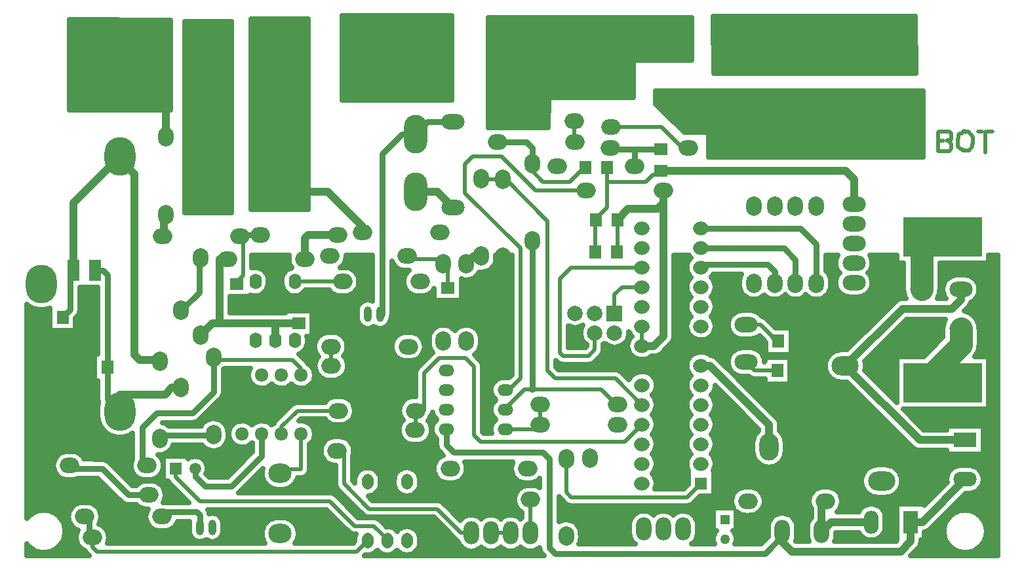
<source format=gbr>
G04 DipTrace 3.3.1.0*
G04 Bottom.gbr*
%MOIN*%
G04 #@! TF.FileFunction,Copper,L2,Bot*
G04 #@! TF.Part,Single*
%AMOUTLINE0*
4,1,20,
0.0,0.035433,
0.012166,0.033699,
0.023141,0.028666,
0.031851,0.020827,
0.037443,0.010949,
0.03937,0.0,
0.037443,-0.010949,
0.031851,-0.020827,
0.023141,-0.028666,
0.012166,-0.033699,
0.0,-0.035433,
-0.012166,-0.033699,
-0.023141,-0.028666,
-0.031851,-0.020827,
-0.037443,-0.010949,
-0.03937,0.0,
-0.037443,0.010949,
-0.031851,0.020827,
-0.023141,0.028666,
-0.012166,0.033699,
0.0,0.035433,
0*%
%AMOUTLINE3*
4,1,8,
0.019685,0.029528,
0.009843,0.03937,
-0.009843,0.03937,
-0.019685,0.029528,
-0.019685,-0.029528,
-0.009843,-0.03937,
0.009843,-0.03937,
0.019685,-0.029528,
0.019685,0.029528,
0*%
%AMOUTLINE6*
4,1,20,
0.0,0.03937,
0.009733,0.037443,
0.018513,0.031851,
0.025481,0.023141,
0.029955,0.012166,
0.031496,0.0,
0.029955,-0.012166,
0.025481,-0.023141,
0.018513,-0.031851,
0.009733,-0.037443,
0.0,-0.03937,
-0.009733,-0.037443,
-0.018513,-0.031851,
-0.025481,-0.023141,
-0.029955,-0.012166,
-0.031496,0.0,
-0.029955,0.012166,
-0.025481,0.023141,
-0.018513,0.031851,
-0.009733,0.037443,
0.0,0.03937,
0*%
G04 #@! TA.AperFunction,Conductor*
%ADD14C,0.03937*%
%ADD15C,0.019685*%
%ADD16C,0.031496*%
%ADD17C,0.11811*%
%ADD18C,0.07874*%
%ADD19C,0.19685*%
%ADD20C,0.15748*%
G04 #@! TA.AperFunction,CopperBalancing*
%ADD21C,0.025*%
G04 #@! TA.AperFunction,ComponentPad*
%ADD22R,0.062992X0.062992*%
%ADD23R,0.062992X0.070866*%
%ADD24R,0.070866X0.062992*%
G04 #@! TA.AperFunction,ComponentPad*
%ADD25O,0.11811X0.07874*%
%ADD26C,0.05*%
%ADD27R,0.05X0.05*%
%ADD28O,0.07874X0.11811*%
%ADD29R,0.07874X0.07874*%
%ADD30C,0.07874*%
%ADD31O,0.11811X0.098425*%
%ADD32O,0.03937X0.07874*%
%ADD34O,0.07874X0.098425*%
%ADD35O,0.098425X0.07874*%
%ADD36R,0.059055X0.059055*%
%ADD37C,0.059055*%
%ADD38O,0.137795X0.07874*%
%ADD39R,0.062992X0.106299*%
G04 #@! TA.AperFunction,ComponentPad*
%ADD40O,0.11811X0.19685*%
%ADD41R,0.200787X0.200787*%
%ADD42O,0.15748X0.19685*%
%ADD43O,0.070866X0.066929*%
%ADD44O,0.062992X0.07874*%
%ADD45R,0.11811X0.074803*%
%ADD46O,0.11811X0.074803*%
%ADD47R,0.074803X0.11811*%
%ADD48O,0.074803X0.11811*%
%ADD49O,0.098425X0.137795*%
%ADD50O,0.137795X0.098425*%
%ADD51O,0.07874X0.059055*%
%ADD122OUTLINE0*%
%ADD125OUTLINE3*%
%ADD128OUTLINE6*%
%FSLAX26Y26*%
G04*
G70*
G90*
G75*
G01*
G04 Bottom*
%LPD*%
X2401969Y2279528D2*
D14*
X2512992D1*
X2591732Y2200787D1*
X4919291Y598425D2*
X4978346D1*
X5195669Y815748D1*
X4267323Y551181D2*
Y496850D1*
X4315354Y448819D1*
X4868110D1*
X4919291Y500000D1*
Y598425D1*
X1820866Y1046457D2*
D15*
Y866142D1*
X1713780D1*
Y846457D1*
X4267323Y551181D2*
D16*
Y526378D1*
X4177953Y437008D1*
X3113780D1*
X3082283Y468504D1*
Y920472D1*
X3050000Y952756D1*
X2597244D1*
X2558661Y991339D1*
Y1070866D1*
X4467323Y551181D2*
D14*
Y685827D1*
X4486220Y704724D1*
X4719291Y598425D2*
X4514567D1*
X4467323Y551181D1*
X1809055Y1610236D2*
X1687795D1*
X1407087D1*
X1367717D1*
X1308661Y1551181D1*
X1446850Y1937008D2*
X1407087D1*
Y1610236D1*
X1687795Y1522835D2*
Y1610236D1*
X4199606Y980315D2*
Y1094094D1*
X3898425Y1395276D1*
X3853543D1*
X3553543Y1595276D2*
D15*
Y1495276D1*
X2885827Y543307D2*
X2785827D1*
X1182677Y870079D2*
Y826772D1*
X1304724Y704724D1*
X1966929D1*
X2092913Y578740D1*
X2190157D1*
X2258268Y510630D1*
Y503150D1*
X3662205Y2287402D2*
D14*
Y2223228D1*
X3631890Y2192913D1*
X3483858D1*
X3428740Y2137795D1*
D15*
Y1975591D1*
X3425591Y1972441D1*
X3662205Y2287402D2*
D14*
Y1543307D1*
X3614173Y1495276D1*
X3553543D1*
X718504Y1641732D2*
D16*
Y1392520D1*
X725197Y1385827D1*
X1687795Y1822835D2*
Y1720472D1*
X1809055D1*
X4587402Y1196850D2*
D14*
Y1171260D1*
X4396457Y980315D1*
X4587402Y1196850D2*
Y1188189D1*
X4771654Y1003937D1*
X4819291Y598425D2*
Y671654D1*
X4938976Y791339D1*
Y898031D1*
X4833071Y1003937D1*
X4771654D1*
X5195669Y915748D2*
X4904915D1*
X4833071Y1003937D1*
X4367323Y551181D2*
Y810927D1*
Y951181D1*
X4396457Y980315D1*
X1809055Y1720472D2*
D15*
X1493701D1*
Y1700787D1*
X2096064Y1657503D2*
Y1690157D1*
X2065748Y1720472D1*
X1809055D1*
X1242914Y570896D2*
D16*
Y531496D1*
X1164567D1*
X1152756Y519685D1*
X1007874D1*
X791339Y736220D1*
X652362D1*
X2593307Y712598D2*
D15*
X2292126D1*
X2258268Y746457D1*
Y803150D1*
Y947231D1*
X2271667Y960630D1*
X2398031D1*
X2006693Y1066929D2*
X2258268D1*
Y947231D1*
X2366929Y1393701D2*
X2283858D1*
X2258268Y1368110D1*
Y1248031D1*
Y1066929D1*
X1520866Y1346457D2*
Y1314567D1*
X1587402Y1248031D1*
X2096063D1*
X2258268D1*
X652362Y736220D2*
D14*
X627953D1*
X488976Y875197D1*
Y1301575D1*
X573228Y1385827D1*
X725197D1*
X4357480Y1519685D2*
D15*
Y1374803D1*
X4352756Y1370079D1*
D16*
Y1230709D1*
X4386614Y1196850D1*
X4587402D1*
X3853543Y1495276D2*
X3876772D1*
X4175197Y1196850D1*
X4386614D1*
X3290157Y531496D2*
D15*
X3431496D1*
X3462992Y562992D1*
X2096064Y1657503D2*
Y1248031D1*
X3553543Y1395276D2*
D14*
X3638976D1*
X3738976Y1495276D1*
X3853543D1*
X3375591Y2405512D2*
D15*
Y2330709D1*
X3572835D1*
X3608268Y2366142D1*
X3629921D1*
X3649606Y2385827D1*
X2566142Y1681102D2*
Y1676378D1*
X2511811Y1622047D1*
X2508268D1*
X2453150Y1566929D1*
Y1453937D1*
X2392913Y1393701D1*
X2366929D1*
X3318504Y2137795D2*
Y2143701D1*
X3375591Y2200787D1*
Y2405512D1*
X3649606Y2385827D2*
D14*
X4588583D1*
X4631102Y2343307D1*
Y2217323D1*
X2845276Y1948819D2*
D15*
X2863780D1*
Y1727953D1*
X2816929Y1681102D1*
X2566142D1*
X2858661Y1370866D2*
Y1639370D1*
X2816929Y1681102D1*
X4367323Y810927D2*
X4054627D1*
X3909055Y665354D1*
X3478346D1*
X3457874Y644882D1*
Y602362D1*
X3462992D1*
Y562992D1*
X3315354Y1972441D2*
Y2134646D1*
X3318504Y2137795D1*
X1379528Y870079D2*
X1400000D1*
X1451181Y921260D1*
Y1276772D1*
X1520866Y1346457D1*
X2403150Y1165354D2*
Y1069685D1*
X2400394Y1066929D1*
X3553543Y1095276D2*
X3466142Y1007874D1*
X2732677D1*
X2699606Y1040945D1*
Y1390551D1*
X2657087Y1433071D1*
X2522835D1*
X2445669Y1355906D1*
Y1165354D1*
X2403150D1*
X3414173Y1661417D2*
Y1757874D1*
X3451575Y1795276D1*
X3553543D1*
X3314173Y1561417D2*
Y1476772D1*
X3282283Y1444882D1*
X3152362D1*
X3137008Y1460236D1*
Y1838583D1*
X3193701Y1895276D1*
X3553543D1*
X4975591Y1783465D2*
D17*
Y2043701D1*
X4983071Y2051181D1*
X5183858D2*
D15*
X4983071D1*
X4227953Y1814961D2*
D16*
Y1875197D1*
X4193701Y1909449D1*
X3867717D1*
X3853543Y1895276D1*
X5175591Y1783465D2*
D14*
Y1731102D1*
X5129528Y1685039D1*
X4878740D1*
X4587402Y1393701D1*
X5195669Y1015748D2*
X4965354D1*
X4587402Y1393701D1*
X1367717Y3055118D2*
D16*
Y2854331D1*
D17*
X1383071Y2574803D1*
X1417717D1*
Y2285787D2*
D16*
Y2574803D1*
X5182677Y1307087D2*
D15*
X4981890D1*
X5182677D2*
D3*
X5175591Y1583465D2*
D17*
Y1500787D1*
X4981890Y1307087D1*
X1281102Y870079D2*
D16*
Y829921D1*
X1331496Y779528D1*
X1464961D1*
X1620866Y935433D1*
Y1046457D1*
X4217727Y2618110D2*
D18*
X4016940D1*
X3699213Y2744096D2*
X3788189D1*
Y2610236D1*
X4217727Y2618110D2*
X4682676D1*
X4785039Y2720474D1*
X3788189Y2610236D2*
X4009066D1*
X4016940Y2618110D1*
X2991339Y3057491D2*
D19*
Y2856703D1*
X3375984Y3057491D2*
Y2856703D1*
X2816535Y2641732D2*
D14*
Y2681900D1*
X2991339Y2856703D1*
X3699213Y3019685D2*
D20*
Y3057491D1*
X3375984D1*
X2991339D2*
D19*
X3375984D1*
X1113386Y625984D2*
D16*
Y649606D1*
X1290551D1*
X1305906Y634251D1*
Y570896D1*
X3210236Y2641732D2*
D15*
Y2536614D1*
X3211417Y2535433D1*
X3787795Y2503937D2*
X3757874D1*
X3651575Y2610236D1*
X3394488D1*
X3649606Y2496063D2*
D16*
X3518476D1*
X3394094D1*
Y2503937D1*
X3517323Y2409449D2*
Y2496063D1*
X3518476D1*
X2817717Y2535433D2*
X2965748D1*
X2997638Y2503543D1*
Y2425197D1*
X3265354Y2405512D2*
D15*
X3259449D1*
X3184646Y2330709D1*
X3050394D1*
X2981890Y2399213D1*
Y2425197D1*
X2997638D1*
X2858661Y1270866D2*
X2874409D1*
X2934646Y1331102D1*
Y1993307D1*
X2653150Y2274803D1*
Y2421654D1*
X2692126Y2460630D1*
X2838583D1*
X3011811Y2287402D1*
X3268504D1*
X3430709Y1196850D2*
X3424016D1*
X3345942Y1274924D1*
X2992520D1*
X2957601D1*
X2858661Y1175984D1*
Y1170866D1*
X2997638Y2031496D2*
D16*
Y1274924D1*
X2992520D1*
X3037008Y1196850D2*
D15*
Y1096063D1*
X3035433Y1094488D1*
X2858661Y1070866D2*
X3011811D1*
X3035433Y1094488D1*
X1065354Y3055118D2*
D16*
Y2854331D1*
X738189Y3055118D2*
Y2854331D1*
X1132283Y2559055D2*
D14*
Y2787402D1*
X1065354Y2854331D1*
Y3055118D2*
D19*
X738189D1*
X1115748Y2055118D2*
D14*
Y2080315D1*
X1122047Y2086614D1*
Y2165354D1*
X1132283D1*
X1613386Y2059055D2*
D16*
X1541732D1*
X1537795Y2055118D1*
X1509449D1*
X1493701Y1811024D2*
D15*
Y1821260D1*
X1527165Y1854724D1*
Y2037402D1*
X1509449Y2055118D1*
X2543701Y1913386D2*
Y1937008D1*
X2375591D1*
X2359843Y1952756D1*
X2566142Y1791339D2*
Y1890945D1*
X2543701Y1913386D1*
X1840551Y1937008D2*
D14*
Y2043701D1*
X1855906Y2059055D1*
X2007087D1*
X2985827Y543307D2*
D15*
Y711417D1*
X2987008Y712598D1*
X2009449Y1165354D2*
X1801575D1*
X1720866Y1084646D1*
Y1046457D1*
X2737402Y1952756D2*
D14*
X2699606D1*
X2660236Y1913386D1*
X4215354Y3059055D2*
D15*
X4014567D1*
X4215354D2*
D19*
X4722047D1*
D15*
X4785039Y2996063D1*
X3853543Y1995276D2*
D16*
X4274409D1*
X4334252Y1935433D1*
Y1814961D1*
X3853543Y2095276D2*
X4359843D1*
X4440551Y2014567D1*
Y1814961D1*
X1308661Y1944882D2*
X1301575D1*
Y1768898D1*
X1209843Y1677165D1*
X1101575Y1023622D2*
Y1039370D1*
X1371654D1*
X1375591Y1043307D1*
X1101575Y1417323D2*
D14*
X1117323D1*
Y1425197D1*
X999606D1*
X972835Y1451969D1*
Y2371260D1*
X898819Y2445276D1*
Y2460630D1*
X661024Y1881890D2*
Y2222835D1*
X898819Y2460630D1*
X661024Y1881890D2*
D16*
X646063D1*
Y1679528D1*
X608268Y1641732D1*
X835433Y1385827D2*
Y1224803D1*
X898819Y1161417D1*
X835433Y1385827D2*
Y1858268D1*
X811811Y1881890D1*
X771260D1*
X898819Y1161417D2*
D14*
Y1248031D1*
X1127953D1*
X1163386Y1283465D1*
X1209843D1*
X2132677Y3055118D2*
D16*
Y2854331D1*
X2483465Y3055118D2*
Y2854331D1*
X2132677Y3055118D2*
D19*
X2483465D1*
X1037008Y885827D2*
D16*
X1012205D1*
Y1079528D1*
X1086220Y1153543D1*
X1268898D1*
X1375591Y1260236D1*
Y1437008D1*
X1820866Y1346457D2*
D15*
Y1381890D1*
X1777559Y1425197D1*
X1375591D1*
Y1437008D1*
X2004331Y960630D2*
X2038976D1*
Y792520D1*
X2166142Y665354D1*
X2512205D1*
X2634252Y543307D1*
X2685827D1*
X2591732Y2635827D2*
D16*
X2462992D1*
X2401969Y2574803D1*
X2333465D1*
X2233071Y2474409D1*
Y1657503D1*
X2222048D1*
X1973228Y1393701D2*
D15*
Y1490551D1*
X1971654Y1492126D1*
X719685Y625984D2*
D16*
X742126D1*
Y536614D1*
X759055Y519685D1*
D15*
Y472047D1*
X782283Y448819D1*
X2103937D1*
X2158268Y503150D1*
X1787795Y1822835D2*
X2031102D1*
X4247244Y1519685D2*
X4235827D1*
X4211417Y1544094D1*
Y1548819D1*
X4156850Y1603386D1*
X4084252D1*
X4242520Y1370079D2*
X4127559D1*
X4084252Y1413386D1*
X1691732Y3057491D2*
D16*
Y2856703D1*
X1614567Y2574803D2*
D17*
X1648819D1*
Y2813790D1*
X1691732Y2856703D1*
X1614567Y2279528D2*
D16*
Y2574803D1*
Y2279528D2*
D14*
X1955906D1*
X2131890Y2103543D1*
Y2074803D1*
X643307Y885827D2*
D16*
Y870079D1*
X807874D1*
X941732Y736220D1*
X1046063D1*
X2845276Y2342520D2*
D15*
X2737402D1*
Y2346457D1*
X2845276Y2342520D2*
X2861024D1*
X3072835Y2130709D1*
Y1369291D1*
X3111417Y1330709D1*
X3418110D1*
X3553543Y1195276D1*
X3168504Y921260D2*
Y750000D1*
X3194094Y724409D1*
X3782677D1*
X3853543Y795276D1*
X5059843Y2488189D2*
Y2585039D1*
X5061417Y2586614D1*
X5115354D1*
X5125591Y2576378D1*
Y2548031D1*
X5120866Y2543307D1*
X5105512D1*
X5101575Y2539370D1*
X5112992D1*
X5126772Y2525591D1*
Y2499606D1*
X5115354Y2488189D1*
X5066535D1*
X5198819Y2586614D2*
X5211024D1*
X5235433Y2562205D1*
Y2524803D1*
X5233465Y2522835D1*
Y2511024D1*
X5214567Y2492126D1*
X5185827D1*
X5181890Y2496063D1*
X5175197D1*
X5160630Y2510630D1*
Y2551181D1*
X5162205Y2552756D1*
Y2570079D1*
X5170866Y2578740D1*
X5177953D1*
X5188583Y2589370D1*
X5194094D1*
X5200787Y2582677D1*
X5298819Y2480315D2*
Y2583456D1*
X5301977Y2586614D1*
X5335827D1*
X5261811D2*
X5283465D1*
X5072835Y2539370D2*
X5085433D1*
X644940Y3131923D2*
D21*
X1154303D1*
X644940Y3107054D2*
X1154303D1*
X644940Y3082185D2*
X1154303D1*
X644940Y3057316D2*
X1154303D1*
X644940Y3032448D2*
X1154303D1*
X644940Y3007579D2*
X1154303D1*
X644940Y2982710D2*
X1154303D1*
X644940Y2957841D2*
X1154303D1*
X644940Y2932972D2*
X1154303D1*
X644940Y2908104D2*
X1154303D1*
X644940Y2883235D2*
X1154303D1*
X644940Y2858366D2*
X1154303D1*
X644940Y2833497D2*
X1154303D1*
X644940Y2808629D2*
X1154303D1*
X644940Y2783760D2*
X1154303D1*
X644940Y2758891D2*
X1154303D1*
X644940Y2734022D2*
X1154303D1*
X644940Y2709154D2*
X1154303D1*
X1156820Y3152945D2*
X642399Y3156699D1*
X642421Y2697522D1*
X1156808Y2697539D1*
X1156791Y3152933D1*
X1230373Y3124049D2*
X1464936D1*
X1230373Y3099180D2*
X1464936D1*
X1230373Y3074311D2*
X1464936D1*
X1230373Y3049442D2*
X1464936D1*
X1230373Y3024573D2*
X1464936D1*
X1230373Y2999705D2*
X1464936D1*
X1230373Y2974836D2*
X1464936D1*
X1230373Y2949967D2*
X1464936D1*
X1230373Y2925098D2*
X1464936D1*
X1230373Y2900230D2*
X1464936D1*
X1230373Y2875361D2*
X1464936D1*
X1230373Y2850492D2*
X1464936D1*
X1230373Y2825623D2*
X1464936D1*
X1230373Y2800755D2*
X1464936D1*
X1230373Y2775886D2*
X1464936D1*
X1230373Y2751017D2*
X1464936D1*
X1230373Y2726148D2*
X1464936D1*
X1230373Y2701280D2*
X1464936D1*
X1230373Y2676411D2*
X1464936D1*
X1230373Y2651542D2*
X1464936D1*
X1230373Y2626673D2*
X1464936D1*
X1230373Y2601804D2*
X1464936D1*
X1230373Y2576936D2*
X1464936D1*
X1230373Y2552067D2*
X1464936D1*
X1230373Y2527198D2*
X1464936D1*
X1230373Y2502329D2*
X1464936D1*
X1230373Y2477461D2*
X1464936D1*
X1230373Y2452592D2*
X1464936D1*
X1230373Y2427723D2*
X1464936D1*
X1230373Y2402854D2*
X1464936D1*
X1230373Y2377986D2*
X1464936D1*
X1230373Y2353117D2*
X1464936D1*
X1230373Y2328248D2*
X1464936D1*
X1230373Y2303379D2*
X1464936D1*
X1230373Y2278510D2*
X1464936D1*
X1230373Y2253642D2*
X1464936D1*
X1230373Y2228773D2*
X1464936D1*
X1230373Y2203904D2*
X1464936D1*
X1230373Y2179035D2*
X1464936D1*
X1467398Y3148917D2*
X1227835D1*
X1227854Y2173920D1*
X1467441Y2173917D1*
X1467421Y3148915D1*
X1569743Y3135860D2*
X1854686D1*
X1569743Y3110991D2*
X1854651D1*
X1569743Y3086122D2*
X1854651D1*
X1569743Y3061253D2*
X1854651D1*
X1569743Y3036385D2*
X1854614D1*
X1569743Y3011516D2*
X1854614D1*
X1569743Y2986647D2*
X1854614D1*
X1569743Y2961778D2*
X1854614D1*
X1569743Y2936909D2*
X1854579D1*
X1569743Y2912041D2*
X1854579D1*
X1569743Y2887172D2*
X1854579D1*
X1569743Y2862303D2*
X1854579D1*
X1569743Y2837434D2*
X1854543D1*
X1569743Y2812566D2*
X1854543D1*
X1569743Y2787697D2*
X1854543D1*
X1569743Y2762828D2*
X1854507D1*
X1569743Y2737959D2*
X1854507D1*
X1569743Y2713091D2*
X1854507D1*
X1569743Y2688222D2*
X1854507D1*
X1569743Y2663353D2*
X1854471D1*
X1569743Y2638484D2*
X1854471D1*
X1569743Y2613615D2*
X1854471D1*
X1569743Y2588747D2*
X1854471D1*
X1569743Y2563878D2*
X1854436D1*
X1569743Y2539009D2*
X1854436D1*
X1569743Y2514140D2*
X1854436D1*
X1569743Y2489272D2*
X1854399D1*
X1569743Y2464403D2*
X1854399D1*
X1569743Y2439534D2*
X1854399D1*
X1569743Y2414665D2*
X1854399D1*
X1569743Y2389797D2*
X1854364D1*
X1569743Y2364928D2*
X1854364D1*
X1569743Y2340059D2*
X1854364D1*
X1569743Y2315190D2*
X1854364D1*
X1569743Y2290322D2*
X1854328D1*
X1569743Y2265453D2*
X1854328D1*
X1569743Y2240584D2*
X1854328D1*
X1569743Y2215715D2*
X1854291D1*
X1569743Y2190846D2*
X1854291D1*
X1567224Y3160705D2*
Y2189678D1*
X1856761Y2189665D1*
X1857180Y3160720D1*
X1567218Y3160728D1*
X2030766Y3151608D2*
X2583442D1*
X2030766Y3126739D2*
X2583442D1*
X2030766Y3101870D2*
X2583442D1*
X2030766Y3077001D2*
X2583442D1*
X2030766Y3052133D2*
X2583442D1*
X2030766Y3027264D2*
X2583442D1*
X2030766Y3002395D2*
X2583442D1*
X2030766Y2977526D2*
X2583442D1*
X2030766Y2952657D2*
X2583442D1*
X2030766Y2927789D2*
X2583442D1*
X2030766Y2902920D2*
X2583442D1*
X2030766Y2878051D2*
X2583442D1*
X2030766Y2853182D2*
X2583442D1*
X2030766Y2828314D2*
X2583442D1*
X2030766Y2803445D2*
X2583442D1*
X2030766Y2778576D2*
X2583442D1*
X2030766Y2753707D2*
X2583442D1*
X2585902Y3176476D2*
X2028261D1*
X2028248Y2748714D1*
X2585912Y2748720D1*
X2585925Y3176483D1*
X2775648Y3143734D2*
X3802713D1*
X2775684Y3118865D2*
X3802713D1*
X2775684Y3093996D2*
X3802713D1*
X2775719Y3069127D2*
X3802713D1*
X2775719Y3044259D2*
X3802713D1*
X2775756Y3019390D2*
X3802713D1*
X2775756Y2994521D2*
X3802713D1*
X2775756Y2969652D2*
X3802713D1*
X2775791Y2944783D2*
X3508571D1*
X2775791Y2919915D2*
X3505843D1*
X2775827Y2895046D2*
X3505772D1*
X2775827Y2870177D2*
X3505735D1*
X2775864Y2845308D2*
X3505664D1*
X2775864Y2820440D2*
X3505627D1*
X2775899Y2795571D2*
X3505556D1*
X2775899Y2770702D2*
X3505520D1*
X2775934Y2745833D2*
X3075161D1*
X2775934Y2720965D2*
X3075017D1*
X2775971Y2696096D2*
X3074874D1*
X2775971Y2671227D2*
X3074766D1*
X2776007Y2646358D2*
X3074623D1*
X2776007Y2621490D2*
X3074516D1*
X2795978Y2606987D2*
X2802181Y2607765D1*
X2826247Y2607988D1*
X2833252Y2607765D1*
X2839455Y2606987D1*
X3076912Y2606988D1*
X3077811Y2749987D1*
X3078609Y2752815D1*
X3080045Y2755379D1*
X3082039Y2757537D1*
X3084483Y2759169D1*
X3087239Y2760186D1*
X3090157Y2760531D1*
X3508029D1*
X3508404Y2937988D1*
X3508978Y2940870D1*
X3510209Y2943539D1*
X3512028Y2945846D1*
X3514335Y2947665D1*
X3517004Y2948896D1*
X3519886Y2949470D1*
X3805248Y2949508D1*
X3805217Y3168568D1*
X2773164Y3168602D1*
X2773516Y2607000D1*
X2795867Y2606988D1*
X3624682Y2769718D2*
X4980554D1*
X3624575Y2744849D2*
X4980482D1*
X3630424Y2719980D2*
X4980374D1*
X3656152Y2695112D2*
X4980303D1*
X3681882Y2670243D2*
X4980231D1*
X3707610Y2645374D2*
X4980159D1*
X3733303Y2620505D2*
X4980051D1*
X3759033Y2595636D2*
X4979980D1*
X3894927Y2570768D2*
X4979908D1*
X3895142Y2545899D2*
X4979801D1*
X3895392Y2521030D2*
X4979728D1*
X3895608Y2496161D2*
X4979657D1*
X3895858Y2471293D2*
X4979585D1*
X4983146Y2794587D2*
X3622274D1*
X3621972Y2725753D1*
X3769231Y2583364D1*
X3881877Y2583213D1*
X3884705Y2582415D1*
X3887269Y2580979D1*
X3889427Y2578984D1*
X3891059Y2576541D1*
X3892076Y2573785D1*
X3892383Y2571843D1*
X3893486Y2457415D1*
X4981993Y2457382D1*
X4983129Y2794612D1*
X3918491Y3147671D2*
X4941429D1*
X3918706Y3122802D2*
X4941537D1*
X3918921Y3097933D2*
X4941609D1*
X3919136Y3073064D2*
X4941717D1*
X3919352Y3048196D2*
X4941824D1*
X3919567Y3023327D2*
X4941895D1*
X3919782Y2998458D2*
X4942003D1*
X3919997Y2973589D2*
X4942075D1*
X3920213Y2948720D2*
X4942182D1*
X3920428Y2923852D2*
X4942290D1*
X3920643Y2898983D2*
X4942362D1*
X4943848Y3172539D2*
X3915765D1*
X3918297Y2882549D1*
X4944932Y2882579D1*
X4943846Y3172570D1*
X1572678Y1931135D2*
X1755891D1*
X2047749D2*
X2181621D1*
X2811508D2*
X2889114D1*
X3717584D2*
X3788587D1*
X4492001D2*
X4537705D1*
X4724530D2*
X4846991D1*
X5319921D2*
X5359022D1*
X1572678Y1906266D2*
X1762493D1*
X2034185D2*
X2181621D1*
X2802538D2*
X2889114D1*
X3717584D2*
X3779365D1*
X4492001D2*
X4537203D1*
X4724997D2*
X4880866D1*
X5070346D2*
X5359022D1*
X1630488Y1881398D2*
X1745126D1*
X2086289D2*
X2181621D1*
X2284513D2*
X2334381D1*
X2778387D2*
X2889114D1*
X3717584D2*
X3779903D1*
X4492001D2*
X4545887D1*
X4716312D2*
X4880866D1*
X5070346D2*
X5359022D1*
X1649614Y1856529D2*
X1726000D1*
X2107711D2*
X2181621D1*
X2284513D2*
X2348196D1*
X2717995D2*
X2889114D1*
X3717584D2*
X3790488D1*
X3916598D2*
X4054703D1*
X4508293D2*
X4547861D1*
X4714339D2*
X4880866D1*
X5070346D2*
X5359022D1*
X1654961Y1831660D2*
X1720617D1*
X2115463D2*
X2181621D1*
X2284513D2*
X2340445D1*
X2672601D2*
X2889114D1*
X3717584D2*
X3788946D1*
X3918140D2*
X4047706D1*
X4515290D2*
X4537777D1*
X4724423D2*
X4880866D1*
X5070346D2*
X5099185D1*
X5252028D2*
X5359022D1*
X1654459Y1806791D2*
X1721119D1*
X2114207D2*
X2181621D1*
X2284513D2*
X2341701D1*
X2637255D2*
X2889114D1*
X3717584D2*
X3779472D1*
X3927614D2*
X4047383D1*
X4515613D2*
X4537131D1*
X4725068D2*
X4880866D1*
X5070346D2*
X5084688D1*
X5266490D2*
X5359022D1*
X697499Y1781923D2*
X784004D1*
X1645919D2*
X1729696D1*
X2103370D2*
X2181621D1*
X2284513D2*
X2352538D1*
X2637255D2*
X2889114D1*
X3717584D2*
X3779795D1*
X3927291D2*
X4051188D1*
X4511808D2*
X4545600D1*
X4716635D2*
X4880866D1*
X5270329D2*
X5359022D1*
X697499Y1757054D2*
X784004D1*
X1619113D2*
X1756466D1*
X1819096D2*
X1988134D1*
X2074052D2*
X2181621D1*
X2284513D2*
X2381856D1*
X2467774D2*
X2495034D1*
X2637255D2*
X2889114D1*
X3717584D2*
X3790130D1*
X3916957D2*
X4065577D1*
X4497420D2*
X4568530D1*
X4693669D2*
X4884705D1*
X5066471D2*
X5085836D1*
X5265341D2*
X5359022D1*
X697499Y1732185D2*
X784004D1*
X1462442D2*
X2181621D1*
X2284513D2*
X2495034D1*
X2637255D2*
X2889114D1*
X3717584D2*
X3789269D1*
X3917818D2*
X4852302D1*
X5249121D2*
X5359022D1*
X697499Y1707316D2*
X784004D1*
X1462442D2*
X2113118D1*
X2284513D2*
X2889114D1*
X3717584D2*
X3779545D1*
X3927542D2*
X4823738D1*
X5225294D2*
X5359022D1*
X428404Y1682448D2*
X470448D1*
X527193D2*
X541104D1*
X697499D2*
X784004D1*
X1462442D2*
X2103932D1*
X2284513D2*
X2889114D1*
X3717584D2*
X3779688D1*
X3927399D2*
X4798870D1*
X5204194D2*
X5359022D1*
X428404Y1657579D2*
X541104D1*
X692297D2*
X784004D1*
X1880171D2*
X2103681D1*
X2284513D2*
X2889114D1*
X3717584D2*
X3789772D1*
X3917315D2*
X4013832D1*
X4154689D2*
X4774003D1*
X5233009D2*
X5359022D1*
X428404Y1632710D2*
X541104D1*
X675466D2*
X784004D1*
X1880171D2*
X2103932D1*
X2277768D2*
X2889114D1*
X3717584D2*
X3789592D1*
X3917495D2*
X3995710D1*
X4190861D2*
X4749135D1*
X5256083D2*
X5359022D1*
X428404Y1607841D2*
X541104D1*
X675466D2*
X784004D1*
X1880171D2*
X2113010D1*
X2268114D2*
X2889114D1*
X3717584D2*
X3779652D1*
X3927434D2*
X3989646D1*
X4215728D2*
X4724266D1*
X4878797D2*
X5084114D1*
X5267063D2*
X5359022D1*
X428404Y1582972D2*
X541104D1*
X675466D2*
X784004D1*
X1880171D2*
X2492127D1*
X2595270D2*
X2608678D1*
X2711823D2*
X2889114D1*
X3182551D2*
X3242394D1*
X3717584D2*
X3779615D1*
X3927471D2*
X3992445D1*
X4314409D2*
X4699399D1*
X4853929D2*
X5080848D1*
X5270329D2*
X5359022D1*
X428404Y1558104D2*
X784004D1*
X1880171D2*
X1929140D1*
X2014198D2*
X2322825D1*
X2407883D2*
X2474508D1*
X2729441D2*
X2889114D1*
X3182551D2*
X3239199D1*
X3717584D2*
X3789412D1*
X3917675D2*
X4005364D1*
X4314409D2*
X4674531D1*
X4829060D2*
X5080848D1*
X5270329D2*
X5359022D1*
X428404Y1533235D2*
X784004D1*
X1854944D2*
X1899535D1*
X2043766D2*
X2293220D1*
X2437488D2*
X2468731D1*
X2735182D2*
X2889114D1*
X3182551D2*
X3244798D1*
X3716615D2*
X3817797D1*
X3889290D2*
X4043545D1*
X4124978D2*
X4163648D1*
X4314409D2*
X4649664D1*
X4804193D2*
X5075106D1*
X5270329D2*
X5359022D1*
X428404Y1508366D2*
X784004D1*
X1854656D2*
X1888591D1*
X2054711D2*
X2282312D1*
X2448396D2*
X2468659D1*
X2735290D2*
X2889114D1*
X3182551D2*
X3262165D1*
X3466180D2*
X3479732D1*
X3704379D2*
X4180047D1*
X4314409D2*
X4624797D1*
X4779325D2*
X5050239D1*
X5270329D2*
X5359022D1*
X428404Y1483497D2*
X784004D1*
X1846798D2*
X1887264D1*
X2056038D2*
X2280984D1*
X2449724D2*
X2473610D1*
X2730339D2*
X2889114D1*
X3359711D2*
X3479516D1*
X3679655D2*
X4043400D1*
X4125121D2*
X4180047D1*
X4314409D2*
X4599928D1*
X4754458D2*
X5025336D1*
X5268678D2*
X5359022D1*
X428404Y1458629D2*
X784004D1*
X1822073D2*
X1894942D1*
X2048360D2*
X2288664D1*
X2442045D2*
X2485058D1*
X2714119D2*
X2889114D1*
X3355692D2*
X3489097D1*
X3654787D2*
X3820739D1*
X3886348D2*
X4005364D1*
X4163157D2*
X4180047D1*
X4314409D2*
X4514488D1*
X4729591D2*
X5000467D1*
X5260138D2*
X5359022D1*
X428404Y1433760D2*
X768251D1*
X1832337D2*
X1900396D1*
X2046063D2*
X2309907D1*
X2420802D2*
X2460190D1*
X2719752D2*
X2889114D1*
X3334521D2*
X3516693D1*
X3590375D2*
X3790310D1*
X3937160D2*
X3992445D1*
X4309709D2*
X4493209D1*
X4704722D2*
X4845807D1*
X5318773D2*
X5359022D1*
X428404Y1408891D2*
X768251D1*
X1856882D2*
X1889954D1*
X2056505D2*
X2435323D1*
X2741031D2*
X2889114D1*
X3308361D2*
X3779867D1*
X3962063D2*
X3989646D1*
X4309709D2*
X4484238D1*
X4690584D2*
X4845807D1*
X5318773D2*
X5359022D1*
X428404Y1384022D2*
X768251D1*
X2057474D2*
X2410598D1*
X2745123D2*
X2889114D1*
X3121440D2*
X3779400D1*
X4309709D2*
X4483377D1*
X4691409D2*
X4845807D1*
X5318773D2*
X5359022D1*
X428404Y1359154D2*
X768251D1*
X1427025D2*
X1550957D1*
X2049365D2*
X2400264D1*
X2745123D2*
X2889114D1*
X3453010D2*
X3522039D1*
X3585028D2*
X3788766D1*
X4309709D2*
X4490409D1*
X4699232D2*
X4845807D1*
X5318773D2*
X5359022D1*
X428404Y1334285D2*
X768251D1*
X1427025D2*
X1550885D1*
X1890864D2*
X1919236D1*
X2027223D2*
X2400156D1*
X2745123D2*
X2874474D1*
X3477878D2*
X3490640D1*
X3616427D2*
X3790668D1*
X4036702D2*
X4101175D1*
X4309709D2*
X4508136D1*
X4724100D2*
X4845807D1*
X5318773D2*
X5359022D1*
X428404Y1309416D2*
X784004D1*
X1427025D2*
X1561004D1*
X1880744D2*
X2400156D1*
X2745123D2*
X2796856D1*
X3627121D2*
X3779975D1*
X4061570D2*
X4175346D1*
X4309709D2*
X4594402D1*
X4748967D2*
X4845807D1*
X5318773D2*
X5359022D1*
X428404Y1284547D2*
X784004D1*
X1427025D2*
X1591720D1*
X1650009D2*
X1691694D1*
X1750018D2*
X1791703D1*
X1850028D2*
X2400156D1*
X2745123D2*
X2785122D1*
X3627766D2*
X3779329D1*
X4086438D2*
X4619270D1*
X4773835D2*
X4845807D1*
X5318773D2*
X5359022D1*
X428404Y1259678D2*
X784004D1*
X1427025D2*
X2400156D1*
X2745123D2*
X2784619D1*
X3618651D2*
X3788444D1*
X3918643D2*
X3956740D1*
X4111306D2*
X4644138D1*
X4798703D2*
X4845807D1*
X5318773D2*
X5359022D1*
X428404Y1234810D2*
X784004D1*
X1419883D2*
X1976113D1*
X2042761D2*
X2369833D1*
X2745123D2*
X2795025D1*
X3616068D2*
X3791028D1*
X3916059D2*
X3981608D1*
X4136173D2*
X4669005D1*
X4823571D2*
X4845807D1*
X5318773D2*
X5359022D1*
X428404Y1209941D2*
X786301D1*
X1396990D2*
X1939870D1*
X2079041D2*
X2333555D1*
X2745123D2*
X2797251D1*
X3627013D2*
X3780083D1*
X3927004D2*
X4006475D1*
X4161041D2*
X4693909D1*
X5318773D2*
X5359022D1*
X428404Y1185072D2*
X784470D1*
X1372122D2*
X1757937D1*
X2091600D2*
X2320996D1*
X2745123D2*
X2785230D1*
X3627837D2*
X3779257D1*
X3927829D2*
X4031344D1*
X4185908D2*
X4718777D1*
X5318773D2*
X5359022D1*
X428404Y1160203D2*
X784399D1*
X1347255D2*
X1733070D1*
X2094148D2*
X2318448D1*
X2745123D2*
X2784512D1*
X3618975D2*
X3788121D1*
X3918966D2*
X4056211D1*
X4210777D2*
X4743644D1*
X4898175D2*
X5359022D1*
X428404Y1135335D2*
X784579D1*
X1322387D2*
X1708201D1*
X2087832D2*
X2324764D1*
X2481554D2*
X2494639D1*
X2745123D2*
X2794631D1*
X3615709D2*
X3791386D1*
X3915701D2*
X4081079D1*
X4235644D2*
X4768512D1*
X4923042D2*
X5359022D1*
X428404Y1110466D2*
X788848D1*
X1294612D2*
X1328618D1*
X1422575D2*
X1497812D1*
X1543899D2*
X1597822D1*
X1643909D2*
X1683944D1*
X1843891D2*
X1949665D1*
X2069244D2*
X2330003D1*
X2470789D2*
X2497689D1*
X2745123D2*
X2797681D1*
X3626904D2*
X3780190D1*
X3926896D2*
X4105983D1*
X4252366D2*
X4793381D1*
X4947909D2*
X5359022D1*
X428404Y1085597D2*
X799507D1*
X1442993D2*
X1462466D1*
X1879273D2*
X2317945D1*
X2745123D2*
X2785373D1*
X3627909D2*
X3779185D1*
X3927902D2*
X4130850D1*
X4254986D2*
X4818248D1*
X4972777D2*
X5100944D1*
X5290424D2*
X5359022D1*
X428404Y1060728D2*
X819098D1*
X1890433D2*
X2315756D1*
X2745123D2*
X2784440D1*
X3619261D2*
X3787833D1*
X3919253D2*
X4141400D1*
X4257785D2*
X4843115D1*
X5290424D2*
X5359022D1*
X428404Y1035860D2*
X860007D1*
X937636D2*
X960769D1*
X1891151D2*
X2322503D1*
X2478287D2*
X2494280D1*
X3615314D2*
X3791781D1*
X3915306D2*
X4122920D1*
X4276301D2*
X4867983D1*
X5290424D2*
X5359022D1*
X428404Y1010991D2*
X960769D1*
X1447084D2*
X1459954D1*
X1881749D2*
X1939762D1*
X2068921D2*
X2341844D1*
X2458946D2*
X2507235D1*
X3626761D2*
X3780298D1*
X3926789D2*
X4115455D1*
X4283765D2*
X4892850D1*
X5290424D2*
X5359022D1*
X428404Y986122D2*
X960769D1*
X1171135D2*
X1318104D1*
X1433089D2*
X1488088D1*
X1553660D2*
X1569437D1*
X1866391D2*
X1924045D1*
X2084602D2*
X2507521D1*
X3627982D2*
X3779113D1*
X3927974D2*
X4114702D1*
X4284518D2*
X4917719D1*
X5290424D2*
X5359022D1*
X428404Y961253D2*
X960769D1*
X1154126D2*
X1366046D1*
X1385148D2*
X1569437D1*
X1866391D2*
X1919451D1*
X2089231D2*
X2517570D1*
X3619584D2*
X3787510D1*
X3919576D2*
X4114702D1*
X4284518D2*
X5100944D1*
X5290424D2*
X5359022D1*
X428404Y936385D2*
X578925D1*
X707690D2*
X960769D1*
X1101375D2*
X1550131D1*
X1866391D2*
X1923614D1*
X2085070D2*
X2536157D1*
X3614920D2*
X3792176D1*
X3914911D2*
X4118362D1*
X4280858D2*
X5359022D1*
X428404Y911516D2*
X563101D1*
X836407D2*
X956823D1*
X1330676D2*
X1525264D1*
X1866391D2*
X1938577D1*
X2084495D2*
X2506050D1*
X3626654D2*
X3780441D1*
X3926646D2*
X4130958D1*
X4268262D2*
X5359022D1*
X428404Y886647D2*
X558400D1*
X862997D2*
X952121D1*
X1344096D2*
X1500396D1*
X1866391D2*
X1993445D1*
X2084495D2*
X2494962D1*
X2660938D2*
X2888684D1*
X3628052D2*
X3779042D1*
X3928045D2*
X4160814D1*
X4238371D2*
X4728035D1*
X4815281D2*
X5359022D1*
X428404Y861778D2*
X562526D1*
X887865D2*
X956213D1*
X1345747D2*
X1475492D1*
X1866176D2*
X1993445D1*
X2084495D2*
X2115667D1*
X2200867D2*
X2315685D1*
X2400850D2*
X2493526D1*
X2662374D2*
X2887248D1*
X3619871D2*
X3787223D1*
X3919864D2*
X4687845D1*
X4855471D2*
X5117988D1*
X5273343D2*
X5359022D1*
X428404Y836909D2*
X577383D1*
X912732D2*
X971068D1*
X1102919D2*
X1117475D1*
X1345819D2*
X1450625D1*
X1594030D2*
X1619604D1*
X1854944D2*
X1993445D1*
X2220029D2*
X2296487D1*
X2420047D2*
X2501098D1*
X2654839D2*
X2894783D1*
X3614525D2*
X3786362D1*
X3920724D2*
X4672665D1*
X4870651D2*
X5104173D1*
X5287159D2*
X5359022D1*
X428404Y812041D2*
X794196D1*
X937600D2*
X1117475D1*
X1569161D2*
X1626564D1*
X1800974D2*
X1993445D1*
X2225448D2*
X2291104D1*
X2425430D2*
X2522055D1*
X2633846D2*
X2915776D1*
X3626510D2*
X3786362D1*
X3920724D2*
X4667211D1*
X4876070D2*
X5101016D1*
X5290316D2*
X5359022D1*
X428404Y787172D2*
X819063D1*
X962469D2*
X982049D1*
X1110060D2*
X1158923D1*
X1544294D2*
X1644219D1*
X1783354D2*
X1993768D1*
X2224946D2*
X2291606D1*
X2424928D2*
X3030857D1*
X3628125D2*
X3782092D1*
X3920724D2*
X4669508D1*
X4873808D2*
X5089819D1*
X5284360D2*
X5359022D1*
X428404Y762303D2*
X843930D1*
X1126100D2*
X1183790D1*
X1519427D2*
X2005861D1*
X2216406D2*
X2300110D1*
X2416424D2*
X2921804D1*
X3920724D2*
X4036045D1*
X4149020D2*
X4429730D1*
X4542705D2*
X4680308D1*
X4863008D2*
X5064951D1*
X5265915D2*
X5359022D1*
X428404Y737434D2*
X868835D1*
X1130945D2*
X1208657D1*
X1997367D2*
X2030728D1*
X2189707D2*
X2326808D1*
X2389726D2*
X2906482D1*
X3920724D2*
X4015411D1*
X4169617D2*
X4409133D1*
X4563339D2*
X4705463D1*
X4837853D2*
X5040084D1*
X5194613D2*
X5359022D1*
X428404Y712566D2*
X893702D1*
X1126997D2*
X1233525D1*
X2022451D2*
X2055596D1*
X2182280D2*
X2902104D1*
X3834172D2*
X4008055D1*
X4177009D2*
X4401740D1*
X4570694D2*
X5015217D1*
X5169745D2*
X5359022D1*
X428404Y687697D2*
X669175D1*
X770165D2*
X932924D1*
X2047319D2*
X2080463D1*
X2553214D2*
X2906517D1*
X3133713D2*
X3169154D1*
X3807618D2*
X4009634D1*
X4175395D2*
X4403354D1*
X4569080D2*
X4696529D1*
X4742042D2*
X4846202D1*
X5144878D2*
X5359022D1*
X428404Y662828D2*
X644845D1*
X794530D2*
X1038530D1*
X2072186D2*
X2105332D1*
X2578081D2*
X2921877D1*
X3133713D2*
X3913715D1*
X4164091D2*
X4411967D1*
X4557812D2*
X4660609D1*
X4777962D2*
X4846202D1*
X5120010D2*
X5359022D1*
X428404Y637959D2*
X445042D1*
X578579D2*
X635766D1*
X803573D2*
X1029488D1*
X1394837D2*
X1970335D1*
X2097054D2*
X2130199D1*
X2602950D2*
X2940285D1*
X3133713D2*
X3513499D1*
X3812497D2*
X3913715D1*
X4035088D2*
X4051761D1*
X4133266D2*
X4237211D1*
X4297437D2*
X4411967D1*
X4790091D2*
X4846202D1*
X5095142D2*
X5130081D1*
X5263618D2*
X5359022D1*
X602801Y613091D2*
X635946D1*
X803429D2*
X1029631D1*
X1419238D2*
X1664638D1*
X1762937D2*
X1995203D1*
X2218558D2*
X2501134D1*
X3133713D2*
X3494623D1*
X3831373D2*
X3913715D1*
X4035088D2*
X4205812D1*
X4328836D2*
X4405831D1*
X4792387D2*
X4846202D1*
X5070274D2*
X5105860D1*
X5287840D2*
X5359022D1*
X615755Y588222D2*
X645383D1*
X795211D2*
X1039105D1*
X1187677D2*
X1250534D1*
X1424261D2*
X1635070D1*
X1792470D2*
X2020071D1*
X2244035D2*
X2526001D1*
X3222777D2*
X3488164D1*
X3837832D2*
X3913715D1*
X4035088D2*
X4194365D1*
X4340282D2*
X4394383D1*
X4792387D2*
X4846202D1*
X5045407D2*
X5092906D1*
X5300794D2*
X5359022D1*
X621604Y563353D2*
X670718D1*
X829337D2*
X1064403D1*
X1162343D2*
X1250534D1*
X1424261D2*
X1622617D1*
X1804957D2*
X2044938D1*
X2298795D2*
X2317766D1*
X2398769D2*
X2550870D1*
X3238745D2*
X3487949D1*
X3838047D2*
X3913715D1*
X4035088D2*
X4192283D1*
X4342364D2*
X4392266D1*
X4791096D2*
X4846202D1*
X5020539D2*
X5087056D1*
X5306643D2*
X5359022D1*
X621533Y538484D2*
X676639D1*
X841467D2*
X1252077D1*
X1422719D2*
X1619029D1*
X1808509D2*
X2075224D1*
X2419331D2*
X2575738D1*
X3243554D2*
X3488093D1*
X3837904D2*
X3920210D1*
X4028629D2*
X4192283D1*
X4342364D2*
X4392266D1*
X4542382D2*
X4657487D1*
X4781084D2*
X4846202D1*
X4992370D2*
X5087127D1*
X5306572D2*
X5359022D1*
X615539Y513615D2*
X674413D1*
X843692D2*
X1266215D1*
X1408580D2*
X1623156D1*
X1804383D2*
X2091121D1*
X2425395D2*
X2600605D1*
X3243446D2*
X3494301D1*
X3831696D2*
X3913751D1*
X4035051D2*
X4182846D1*
X4340139D2*
X4394491D1*
X4540157D2*
X4685261D1*
X4753310D2*
X4846202D1*
X4992370D2*
X5093121D1*
X5300579D2*
X5359022D1*
X602407Y488747D2*
X681088D1*
X2425108D2*
X2619696D1*
X3237525D2*
X3512673D1*
X3813323D2*
X3918488D1*
X4030315D2*
X4157979D1*
X4973459D2*
X5106255D1*
X5287446D2*
X5359022D1*
X428404Y463878D2*
X445760D1*
X577861D2*
X700358D1*
X2417320D2*
X2642159D1*
X2729513D2*
X2742168D1*
X2829487D2*
X2842142D1*
X2929496D2*
X2942151D1*
X4960398D2*
X5130799D1*
X5262900D2*
X5359022D1*
X428404Y439009D2*
X728743D1*
X2192685D2*
X2223857D1*
X2292659D2*
X2323866D1*
X2392668D2*
X3040724D1*
X4935566D2*
X5359022D1*
X3916287Y859957D2*
X3918224D1*
Y730594D1*
X3849722D1*
X3810622Y691692D1*
X3805159Y687722D1*
X3799143Y684657D1*
X3792722Y682571D1*
X3786052Y681514D1*
X3745932Y681382D1*
X3190719Y681514D1*
X3184050Y682571D1*
X3177629Y684657D1*
X3171613Y687722D1*
X3166151Y691692D1*
X3138079Y719575D1*
X3133694Y724709D1*
X3131811Y727530D1*
X3131217Y727559D1*
Y599633D1*
X3140739Y604434D1*
X3151567Y607951D1*
X3162811Y609734D1*
X3174197D1*
X3185441Y607951D1*
X3196269Y604434D1*
X3206413Y599265D1*
X3215625Y592573D1*
X3223676Y584522D1*
X3230367Y575311D1*
X3235537Y565167D1*
X3239054Y554339D1*
X3240836Y543094D1*
X3241059Y519029D1*
X3240836Y512024D1*
X3239054Y500780D1*
X3235537Y489951D1*
X3233682Y485929D1*
X3518589Y485941D1*
X3511688Y492003D1*
X3504294Y500660D1*
X3498345Y510367D1*
X3493988Y520886D1*
X3491331Y531957D1*
X3490438Y543329D1*
X3490660Y588370D1*
X3492442Y599614D1*
X3495959Y610442D1*
X3501129Y620587D1*
X3507820Y629798D1*
X3515871Y637849D1*
X3525083Y644541D1*
X3535227Y649710D1*
X3546055Y653227D1*
X3557299Y655009D1*
X3568685D1*
X3579929Y653227D1*
X3590757Y649710D1*
X3600902Y644541D1*
X3610113Y637849D1*
X3612972Y635205D1*
X3620345Y641375D1*
X3630052Y647324D1*
X3640571Y651681D1*
X3651642Y654339D1*
X3662992Y655232D1*
X3674343Y654339D1*
X3685413Y651681D1*
X3695932Y647324D1*
X3705639Y641375D1*
X3712972Y635205D1*
X3720345Y641375D1*
X3730052Y647324D1*
X3740571Y651681D1*
X3751642Y654339D1*
X3762992Y655232D1*
X3774343Y654339D1*
X3785413Y651681D1*
X3795932Y647324D1*
X3805639Y641375D1*
X3814297Y633982D1*
X3821690Y625324D1*
X3827639Y615617D1*
X3831996Y605098D1*
X3834654Y594028D1*
X3835547Y582677D1*
X3835324Y537614D1*
X3833542Y526370D1*
X3830025Y515542D1*
X3824856Y505398D1*
X3818164Y496186D1*
X3810113Y488135D1*
X3807335Y485945D1*
X3922286Y485941D1*
X3919072Y493831D1*
X3916941Y502709D1*
X3916224Y511811D1*
X3916941Y520913D1*
X3919072Y529791D1*
X3922566Y538227D1*
X3927337Y546012D1*
X3933266Y552954D1*
X3933987Y553621D1*
X3916224Y553626D1*
Y669996D1*
X4018961D1*
X4015644Y676959D1*
X4012127Y687787D1*
X4010345Y699031D1*
Y710417D1*
X4012127Y721661D1*
X4015644Y732490D1*
X4020814Y742634D1*
X4027505Y751845D1*
X4035556Y759896D1*
X4044768Y766588D1*
X4054912Y771757D1*
X4065740Y775274D1*
X4076984Y777056D1*
X4101050Y777280D1*
X4108055Y777056D1*
X4119299Y775274D1*
X4130127Y771757D1*
X4140272Y766588D1*
X4149483Y759896D1*
X4157534Y751845D1*
X4164226Y742634D1*
X4169395Y732490D1*
X4172912Y721661D1*
X4174694Y710417D1*
Y699031D1*
X4172912Y687787D1*
X4169395Y676959D1*
X4164226Y666815D1*
X4157534Y657604D1*
X4149483Y649552D1*
X4140272Y642861D1*
X4130127Y637692D1*
X4119299Y634175D1*
X4108055Y632392D1*
X4083990Y632169D1*
X4076984Y632392D1*
X4065740Y634175D1*
X4054912Y637692D1*
X4044768Y642861D1*
X4035556Y649552D1*
X4032598Y652287D1*
X4032594Y553626D1*
X4014904D1*
X4021482Y546012D1*
X4026253Y538227D1*
X4029747Y529791D1*
X4031878Y520913D1*
X4032594Y511811D1*
X4031878Y502709D1*
X4029747Y493831D1*
X4026499Y485930D1*
X4157686Y485941D1*
X4195190Y523448D1*
X4194769Y531518D1*
X4194991Y576559D1*
X4196773Y587803D1*
X4200290Y598631D1*
X4205459Y608776D1*
X4212151Y617987D1*
X4220202Y626037D1*
X4229413Y632730D1*
X4239558Y637898D1*
X4250386Y641416D1*
X4261630Y643197D1*
X4273016D1*
X4284260Y641416D1*
X4295088Y637898D1*
X4305232Y632730D1*
X4314444Y626037D1*
X4322495Y617987D1*
X4329186Y608776D1*
X4334356Y598631D1*
X4337873Y587803D1*
X4339655Y576559D1*
X4339878Y552493D1*
X4339655Y525803D1*
X4337873Y514558D1*
X4334593Y504378D1*
X4337262Y501680D1*
X4401154Y501689D1*
X4398319Y509075D1*
X4395661Y520146D1*
X4394769Y531518D1*
X4394991Y576559D1*
X4396773Y587803D1*
X4400290Y598631D1*
X4405459Y608776D1*
X4412151Y617987D1*
X4414463Y620487D1*
X4414453Y666908D1*
X4409345Y676959D1*
X4405828Y687787D1*
X4404046Y699031D1*
Y710417D1*
X4405828Y721661D1*
X4409345Y732490D1*
X4414514Y742634D1*
X4421206Y751845D1*
X4429257Y759896D1*
X4438469Y766588D1*
X4448613Y771757D1*
X4459441Y775274D1*
X4470685Y777056D1*
X4494751Y777280D1*
X4501756Y777056D1*
X4513000Y775274D1*
X4523828Y771757D1*
X4533972Y766588D1*
X4543184Y759896D1*
X4551235Y751845D1*
X4557927Y742634D1*
X4563096Y732490D1*
X4566613Y721661D1*
X4568395Y710417D1*
Y699031D1*
X4566613Y687787D1*
X4563096Y676959D1*
X4557927Y666815D1*
X4551235Y657604D1*
X4545063Y651290D1*
X4655987Y651295D1*
X4659106Y656961D1*
X4665617Y665921D1*
X4673449Y673753D1*
X4682409Y680264D1*
X4692280Y685293D1*
X4702814Y688715D1*
X4713753Y690448D1*
X4724829D1*
X4735769Y688715D1*
X4746303Y685293D1*
X4756173Y680264D1*
X4765134Y673753D1*
X4772966Y665921D1*
X4779476Y656961D1*
X4784505Y647091D1*
X4787928Y636556D1*
X4789660Y625617D1*
X4789878Y601706D1*
X4789660Y571234D1*
X4787928Y560294D1*
X4784505Y549760D1*
X4779476Y539890D1*
X4772966Y530929D1*
X4765134Y523097D1*
X4756173Y516587D1*
X4746303Y511558D1*
X4735769Y508135D1*
X4724829Y506403D1*
X4713753D1*
X4702814Y508135D1*
X4692280Y511558D1*
X4682409Y516587D1*
X4673449Y523097D1*
X4665617Y530929D1*
X4659106Y539890D1*
X4656008Y545571D1*
X4539907Y545555D1*
X4539655Y525803D1*
X4537873Y514558D1*
X4534356Y503730D1*
X4533413Y501689D1*
X4846189D1*
X4850694Y506173D1*
X4848705Y506185D1*
Y690665D1*
X4989878D1*
Y684744D1*
X5105207Y800055D1*
X5103647Y810210D1*
Y821286D1*
X5105379Y832226D1*
X5108802Y842760D1*
X5113831Y852630D1*
X5120341Y861591D1*
X5128173Y869423D1*
X5137134Y875933D1*
X5147004Y880962D1*
X5157538Y884385D1*
X5168478Y886117D1*
X5192388Y886335D1*
X5222861Y886117D1*
X5233801Y884385D1*
X5244335Y880962D1*
X5254205Y875933D1*
X5263165Y869423D1*
X5270997Y861591D1*
X5277508Y852630D1*
X5282537Y842760D1*
X5285959Y832226D1*
X5287692Y821286D1*
Y810210D1*
X5285959Y799270D1*
X5282537Y788736D1*
X5277508Y778866D1*
X5270997Y769906D1*
X5263165Y762073D1*
X5254205Y755563D1*
X5244335Y750534D1*
X5233801Y747112D1*
X5222861Y745379D1*
X5199848Y745161D1*
X5012682Y558223D1*
X5005971Y553346D1*
X4998579Y549580D1*
X4990673Y547013D1*
X4989878Y543684D1*
Y506185D1*
X4972188D1*
X4971999Y495852D1*
X4970701Y487657D1*
X4968136Y479768D1*
X4964370Y472375D1*
X4959495Y465664D1*
X4937189Y443129D1*
X4919961Y425899D1*
X5361492Y425886D1*
X5361516Y1956010D1*
X5317427Y1956004D1*
X5317437Y1917602D1*
X5067862D1*
X5067831Y1783465D1*
X5067546Y1776227D1*
X5066696Y1769035D1*
X5065282Y1761932D1*
X5063316Y1754961D1*
X5060810Y1748165D1*
X5055718Y1737911D1*
X5099463Y1737909D1*
X5094042Y1745555D1*
X5088873Y1755699D1*
X5085356Y1766528D1*
X5083573Y1777772D1*
Y1789157D1*
X5085356Y1800402D1*
X5088873Y1811230D1*
X5094042Y1821374D1*
X5100734Y1830585D1*
X5108785Y1838636D1*
X5117996Y1845328D1*
X5128140Y1850497D1*
X5138969Y1854014D1*
X5150213Y1855797D1*
X5174278Y1856020D1*
X5200969Y1855797D1*
X5212213Y1854014D1*
X5223041Y1850497D1*
X5233185Y1845328D1*
X5242396Y1838636D1*
X5250448Y1830585D1*
X5257139Y1821374D1*
X5262308Y1811230D1*
X5265825Y1800402D1*
X5267608Y1789157D1*
Y1777772D1*
X5265825Y1766528D1*
X5262308Y1755699D1*
X5257139Y1745555D1*
X5250448Y1736344D1*
X5242396Y1728293D1*
X5233185Y1721601D1*
X5226861Y1718193D1*
X5224436Y1710870D1*
X5220669Y1703478D1*
X5215794Y1696766D1*
X5193260Y1674001D1*
X5204094Y1671190D1*
X5210890Y1668684D1*
X5217467Y1665651D1*
X5223786Y1662113D1*
X5229808Y1658088D1*
X5235496Y1653605D1*
X5240814Y1648688D1*
X5245731Y1643370D1*
X5250214Y1637682D1*
X5254239Y1631660D1*
X5257777Y1625341D1*
X5260810Y1618764D1*
X5263316Y1611969D1*
X5265282Y1604997D1*
X5266696Y1597894D1*
X5267546Y1590702D1*
X5267831Y1574278D1*
Y1500787D1*
X5267546Y1493550D1*
X5266696Y1486358D1*
X5265282Y1479255D1*
X5263316Y1472283D1*
X5260810Y1465488D1*
X5257777Y1458911D1*
X5254239Y1452592D1*
X5250214Y1446570D1*
X5245711Y1440861D1*
X5269571Y1440665D1*
X5316256D1*
Y1173508D1*
X4882329D1*
X4987253Y1068619D1*
X5103400Y1068618D1*
X5103429Y1086335D1*
X5287909D1*
Y945161D1*
X5103429D1*
Y962852D1*
X4961206Y963041D1*
X4953012Y964339D1*
X4945122Y966903D1*
X4937730Y970669D1*
X4931018Y975545D1*
X4908482Y997850D1*
X4595038Y1311295D1*
X4567717Y1311303D1*
X4561252Y1311558D1*
X4554827Y1312318D1*
X4548482Y1313580D1*
X4542255Y1315336D1*
X4536184Y1317575D1*
X4530308Y1320283D1*
X4524664Y1323445D1*
X4519285Y1327039D1*
X4514203Y1331045D1*
X4509453Y1335437D1*
X4505060Y1340188D1*
X4501055Y1345269D1*
X4497461Y1350648D1*
X4494299Y1356293D1*
X4491591Y1362168D1*
X4489352Y1368239D1*
X4487596Y1374466D1*
X4486333Y1380811D1*
X4485573Y1387236D1*
X4485319Y1393701D1*
X4485573Y1400165D1*
X4486333Y1406591D1*
X4487596Y1412936D1*
X4489352Y1419163D1*
X4491591Y1425234D1*
X4494299Y1431109D1*
X4497461Y1436753D1*
X4501055Y1442133D1*
X4505060Y1447214D1*
X4509453Y1451965D1*
X4514203Y1456357D1*
X4519285Y1460362D1*
X4524664Y1463957D1*
X4530308Y1467118D1*
X4536184Y1469827D1*
X4542255Y1472066D1*
X4548482Y1473822D1*
X4554827Y1475084D1*
X4561252Y1475844D1*
X4576903Y1476098D1*
X4595025D1*
X4844404Y1725243D1*
X4851115Y1730118D1*
X4858508Y1733885D1*
X4866398Y1736449D1*
X4874592Y1737747D1*
X4895354Y1737909D1*
X4890371Y1748165D1*
X4887865Y1754961D1*
X4885899Y1761932D1*
X4884486Y1769035D1*
X4883635Y1776227D1*
X4883350Y1792651D1*
Y1917635D1*
X4849492Y1917602D1*
Y1956034D1*
X4712203Y1956004D1*
X4715434Y1950262D1*
X4719791Y1939744D1*
X4722449Y1928673D1*
X4723343Y1917323D1*
X4722449Y1905972D1*
X4719791Y1894902D1*
X4715434Y1884383D1*
X4709486Y1874676D1*
X4703315Y1867343D1*
X4709486Y1859970D1*
X4715434Y1850262D1*
X4719791Y1839744D1*
X4722449Y1828673D1*
X4723343Y1817323D1*
X4722449Y1805972D1*
X4719791Y1794902D1*
X4715434Y1784383D1*
X4709486Y1774676D1*
X4702092Y1766018D1*
X4693434Y1758625D1*
X4683727Y1752676D1*
X4673209Y1748319D1*
X4662138Y1745661D1*
X4650787Y1744768D1*
X4611417D1*
X4600067Y1745661D1*
X4588996Y1748319D1*
X4578478Y1752676D1*
X4568770Y1758625D1*
X4560113Y1766018D1*
X4552719Y1774676D1*
X4546770Y1784383D1*
X4542413Y1794902D1*
X4539756Y1805972D1*
X4538862Y1817323D1*
X4539756Y1828673D1*
X4542413Y1839744D1*
X4546770Y1850262D1*
X4552719Y1859970D1*
X4558890Y1867303D1*
X4552719Y1874676D1*
X4546770Y1884383D1*
X4542413Y1894902D1*
X4539756Y1905972D1*
X4538862Y1917323D1*
X4539756Y1928673D1*
X4542413Y1939744D1*
X4546770Y1950262D1*
X4550060Y1955991D1*
X4489507Y1956004D1*
X4489484Y1878386D1*
X4495723Y1871924D1*
X4502415Y1862713D1*
X4507584Y1852568D1*
X4511101Y1841740D1*
X4512883Y1830496D1*
X4513106Y1806430D1*
X4512883Y1799425D1*
X4511101Y1788181D1*
X4507584Y1777353D1*
X4502415Y1767209D1*
X4495723Y1757997D1*
X4487672Y1749946D1*
X4478461Y1743255D1*
X4468316Y1738085D1*
X4457488Y1734568D1*
X4446244Y1732786D1*
X4434858D1*
X4423614Y1734568D1*
X4412786Y1738085D1*
X4402642Y1743255D1*
X4393430Y1749946D1*
X4387449Y1755759D1*
X4381373Y1749946D1*
X4372161Y1743255D1*
X4362017Y1738085D1*
X4351189Y1734568D1*
X4339945Y1732786D1*
X4328559D1*
X4317315Y1734568D1*
X4306487Y1738085D1*
X4296343Y1743255D1*
X4287131Y1749946D1*
X4281150Y1755759D1*
X4275073Y1749946D1*
X4265862Y1743255D1*
X4255718Y1738085D1*
X4244890Y1734568D1*
X4233646Y1732786D1*
X4222260D1*
X4211016Y1734568D1*
X4200188Y1738085D1*
X4190043Y1743255D1*
X4180832Y1749946D1*
X4175244Y1755333D1*
X4169562Y1749946D1*
X4160350Y1743255D1*
X4150206Y1738085D1*
X4139378Y1734568D1*
X4128134Y1732786D1*
X4116748D1*
X4105504Y1734568D1*
X4094676Y1738085D1*
X4084531Y1743255D1*
X4075320Y1749946D1*
X4067269Y1757997D1*
X4060577Y1767209D1*
X4055408Y1777353D1*
X4051891Y1788181D1*
X4050109Y1799425D1*
X4049886Y1823491D1*
X4050109Y1830496D1*
X4051891Y1841740D1*
X4055408Y1852568D1*
X4059349Y1860520D1*
X3916639Y1860516D1*
X3912993Y1854942D1*
X3906000Y1846756D1*
X3904440Y1845312D1*
X3909657Y1839840D1*
X3915987Y1831129D1*
X3920875Y1821534D1*
X3924202Y1811294D1*
X3925887Y1800659D1*
Y1789892D1*
X3924202Y1779257D1*
X3920875Y1769017D1*
X3915987Y1759423D1*
X3909657Y1750711D1*
X3904440Y1745312D1*
X3909657Y1739840D1*
X3915987Y1731129D1*
X3920875Y1721534D1*
X3924202Y1711294D1*
X3925887Y1700659D1*
Y1689892D1*
X3924202Y1679257D1*
X3920875Y1669017D1*
X3915987Y1659423D1*
X3909657Y1650711D1*
X3904440Y1645312D1*
X3909657Y1639840D1*
X3915987Y1631129D1*
X3920875Y1621534D1*
X3924202Y1611294D1*
X3925887Y1600659D1*
Y1589892D1*
X3924202Y1579257D1*
X3920875Y1569017D1*
X3915987Y1559423D1*
X3909657Y1550711D1*
X3902045Y1543098D1*
X3893333Y1536769D1*
X3883739Y1531881D1*
X3873499Y1528554D1*
X3862864Y1526869D1*
X3849606Y1526657D1*
X3838873Y1527503D1*
X3828402Y1530016D1*
X3818454Y1534136D1*
X3809273Y1539762D1*
X3801087Y1546756D1*
X3794093Y1554942D1*
X3788467Y1564123D1*
X3784346Y1574071D1*
X3781833Y1584542D1*
X3780988Y1595276D1*
X3781833Y1606009D1*
X3784346Y1616480D1*
X3788467Y1626428D1*
X3794093Y1635609D1*
X3801087Y1643795D1*
X3802647Y1645239D1*
X3797429Y1650711D1*
X3791100Y1659423D1*
X3786211Y1669017D1*
X3782885Y1679257D1*
X3781199Y1689892D1*
Y1700659D1*
X3782885Y1711294D1*
X3786211Y1721534D1*
X3791100Y1731129D1*
X3797429Y1739840D1*
X3802647Y1745239D1*
X3797429Y1750711D1*
X3791100Y1759423D1*
X3786211Y1769017D1*
X3782885Y1779257D1*
X3781199Y1789892D1*
Y1800659D1*
X3782885Y1811294D1*
X3786211Y1821534D1*
X3791100Y1831129D1*
X3797429Y1839840D1*
X3802647Y1845239D1*
X3797429Y1850711D1*
X3791100Y1859423D1*
X3786211Y1869017D1*
X3782885Y1879257D1*
X3781199Y1889892D1*
Y1900659D1*
X3782885Y1911294D1*
X3786211Y1921534D1*
X3791100Y1931129D1*
X3797429Y1939840D1*
X3802647Y1945239D1*
X3797429Y1950711D1*
X3793379Y1956010D1*
X3715054Y1956004D1*
X3715075Y1543307D1*
X3714424Y1535037D1*
X3712487Y1526970D1*
X3709312Y1519304D1*
X3704978Y1512231D1*
X3699589Y1505923D1*
X3648509Y1455072D1*
X3641798Y1450197D1*
X3634406Y1446430D1*
X3626516Y1443866D1*
X3618322Y1442568D1*
X3601219Y1442406D1*
X3593333Y1436769D1*
X3583739Y1431881D1*
X3573499Y1428554D1*
X3562864Y1426869D1*
X3549606Y1426657D1*
X3538873Y1427503D1*
X3528402Y1430016D1*
X3518454Y1434136D1*
X3509273Y1439762D1*
X3501087Y1446756D1*
X3494093Y1454942D1*
X3488467Y1464123D1*
X3484346Y1474071D1*
X3481833Y1484542D1*
X3480988Y1495276D1*
X3481833Y1506009D1*
X3484346Y1516480D1*
X3488467Y1526428D1*
X3494093Y1535609D1*
X3501087Y1543795D1*
X3502647Y1545239D1*
X3497429Y1550711D1*
X3491100Y1559423D1*
X3486361Y1568692D1*
X3486728Y1561417D1*
X3485835Y1550067D1*
X3483177Y1538996D1*
X3478820Y1528478D1*
X3472871Y1518770D1*
X3465478Y1510113D1*
X3456820Y1502719D1*
X3447113Y1496770D1*
X3436594Y1492413D1*
X3425524Y1489756D1*
X3414173Y1488862D1*
X3402823Y1489756D1*
X3391752Y1492413D1*
X3381234Y1496770D1*
X3371526Y1502719D1*
X3364193Y1508890D1*
X3357188Y1503008D1*
X3357068Y1473396D1*
X3356012Y1466727D1*
X3353925Y1460306D1*
X3350861Y1454290D1*
X3346891Y1448828D1*
X3318615Y1420364D1*
X3310227Y1412164D1*
X3304765Y1408194D1*
X3298749Y1405130D1*
X3292328Y1403043D1*
X3285659Y1401987D1*
X3245538Y1401854D1*
X3148987Y1401987D1*
X3142318Y1403043D1*
X3135896Y1405130D1*
X3129881Y1408194D1*
X3124419Y1412164D1*
X3115873Y1420521D1*
X3115862Y1387080D1*
X3129218Y1373759D1*
X3421486Y1373604D1*
X3428155Y1372547D1*
X3434576Y1370461D1*
X3440592Y1367396D1*
X3446054Y1363427D1*
X3474518Y1335151D1*
X3486774Y1322895D1*
X3491100Y1331129D1*
X3497429Y1339840D1*
X3505042Y1347453D1*
X3513753Y1353782D1*
X3523348Y1358671D1*
X3533588Y1361997D1*
X3544223Y1363682D1*
X3557480Y1363894D1*
X3568214Y1363049D1*
X3578685Y1360535D1*
X3588633Y1356415D1*
X3597814Y1350789D1*
X3606000Y1343795D1*
X3612993Y1335609D1*
X3618619Y1326428D1*
X3622740Y1316480D1*
X3625253Y1306009D1*
X3626098Y1295276D1*
X3625253Y1284542D1*
X3622740Y1274071D1*
X3618619Y1264123D1*
X3612993Y1254942D1*
X3606000Y1246756D1*
X3604440Y1245312D1*
X3609657Y1239840D1*
X3615987Y1231129D1*
X3620875Y1221534D1*
X3624202Y1211294D1*
X3625887Y1200659D1*
Y1189892D1*
X3624202Y1179257D1*
X3620875Y1169017D1*
X3615987Y1159423D1*
X3609657Y1150711D1*
X3604440Y1145312D1*
X3609657Y1139840D1*
X3615987Y1131129D1*
X3620875Y1121534D1*
X3624202Y1111294D1*
X3625887Y1100659D1*
Y1089892D1*
X3624202Y1079257D1*
X3620875Y1069017D1*
X3615987Y1059423D1*
X3609657Y1050711D1*
X3604440Y1045312D1*
X3609657Y1039840D1*
X3615987Y1031129D1*
X3620875Y1021534D1*
X3624202Y1011294D1*
X3625887Y1000659D1*
Y989892D1*
X3624202Y979257D1*
X3620875Y969017D1*
X3615987Y959423D1*
X3609657Y950711D1*
X3604440Y945312D1*
X3609657Y939840D1*
X3615987Y931129D1*
X3620875Y921534D1*
X3624202Y911294D1*
X3625887Y900659D1*
Y889892D1*
X3624202Y879257D1*
X3620875Y869017D1*
X3615987Y859423D1*
X3609657Y850711D1*
X3604440Y845312D1*
X3609657Y839840D1*
X3615987Y831129D1*
X3620875Y821534D1*
X3624202Y811294D1*
X3625887Y800659D1*
Y789892D1*
X3624202Y779257D1*
X3620875Y769017D1*
X3620144Y767430D1*
X3764832Y767437D1*
X3788866Y791449D1*
X3788862Y859957D1*
X3790764D1*
X3786211Y869017D1*
X3782885Y879257D1*
X3781199Y889892D1*
Y900659D1*
X3782885Y911294D1*
X3786211Y921534D1*
X3791100Y931129D1*
X3797429Y939840D1*
X3802647Y945239D1*
X3797429Y950711D1*
X3791100Y959423D1*
X3786211Y969017D1*
X3782885Y979257D1*
X3781199Y989892D1*
Y1000659D1*
X3782885Y1011294D1*
X3786211Y1021534D1*
X3791100Y1031129D1*
X3797429Y1039840D1*
X3802647Y1045239D1*
X3797429Y1050711D1*
X3791100Y1059423D1*
X3786211Y1069017D1*
X3782885Y1079257D1*
X3781199Y1089892D1*
Y1100659D1*
X3782885Y1111294D1*
X3786211Y1121534D1*
X3791100Y1131129D1*
X3797429Y1139840D1*
X3802647Y1145239D1*
X3797429Y1150711D1*
X3791100Y1159423D1*
X3786211Y1169017D1*
X3782885Y1179257D1*
X3781199Y1189892D1*
Y1200659D1*
X3782885Y1211294D1*
X3786211Y1221534D1*
X3791100Y1231129D1*
X3797429Y1239840D1*
X3802647Y1245239D1*
X3797429Y1250711D1*
X3791100Y1259423D1*
X3786211Y1269017D1*
X3782885Y1279257D1*
X3781199Y1289892D1*
Y1300659D1*
X3782885Y1311294D1*
X3786211Y1321534D1*
X3791100Y1331129D1*
X3797429Y1339840D1*
X3802647Y1345239D1*
X3797429Y1350711D1*
X3791100Y1359423D1*
X3786211Y1369017D1*
X3782885Y1379257D1*
X3781199Y1389892D1*
Y1400659D1*
X3782885Y1411294D1*
X3786211Y1421534D1*
X3791100Y1431129D1*
X3797429Y1439840D1*
X3805042Y1447453D1*
X3813753Y1453782D1*
X3823348Y1458671D1*
X3833588Y1461997D1*
X3844223Y1463682D1*
X3857480Y1463894D1*
X3868214Y1463049D1*
X3878685Y1460535D1*
X3888633Y1456415D1*
X3897814Y1450789D1*
X3901268Y1448066D1*
X3906696Y1447495D1*
X3914762Y1445558D1*
X3922428Y1442383D1*
X3929501Y1438049D1*
X3935822Y1432648D1*
X4239810Y1128430D1*
X4244685Y1121719D1*
X4248451Y1114327D1*
X4251016Y1106437D1*
X4252314Y1098243D1*
X4252476Y1066535D1*
Y1063198D1*
X4257870Y1058264D1*
X4262262Y1053513D1*
X4266268Y1048432D1*
X4269862Y1043052D1*
X4273024Y1037408D1*
X4275732Y1031533D1*
X4277971Y1025462D1*
X4279727Y1019235D1*
X4280990Y1012890D1*
X4281749Y1006465D1*
X4282004Y990814D1*
X4281749Y954165D1*
X4280990Y947740D1*
X4279727Y941395D1*
X4277971Y935168D1*
X4275732Y929097D1*
X4273024Y923222D1*
X4269862Y917577D1*
X4266268Y912198D1*
X4262262Y907117D1*
X4257870Y902366D1*
X4253119Y897974D1*
X4248038Y893969D1*
X4242659Y890374D1*
X4237014Y887213D1*
X4231139Y884504D1*
X4225068Y882265D1*
X4218841Y880509D1*
X4212496Y879247D1*
X4206071Y878487D1*
X4199606Y878232D1*
X4193142Y878487D1*
X4186717Y879247D1*
X4180371Y880509D1*
X4174144Y882265D1*
X4168073Y884504D1*
X4162198Y887213D1*
X4156554Y890374D1*
X4151175Y893969D1*
X4146093Y897974D1*
X4141343Y902366D1*
X4136950Y907117D1*
X4132945Y912198D1*
X4129350Y917577D1*
X4126189Y923222D1*
X4123480Y929097D1*
X4121241Y935168D1*
X4119486Y941395D1*
X4118223Y947740D1*
X4117463Y954165D1*
X4117209Y969816D1*
X4117463Y1006465D1*
X4118223Y1012890D1*
X4119486Y1019235D1*
X4121241Y1025462D1*
X4123480Y1031533D1*
X4126189Y1037408D1*
X4129350Y1043052D1*
X4132945Y1048432D1*
X4136950Y1053513D1*
X4141343Y1058264D1*
X4146748Y1063172D1*
X4146736Y1072214D1*
X3926066Y1292865D1*
X3925253Y1284542D1*
X3922740Y1274071D1*
X3918619Y1264123D1*
X3912993Y1254942D1*
X3906000Y1246756D1*
X3904440Y1245312D1*
X3909657Y1239840D1*
X3915987Y1231129D1*
X3920875Y1221534D1*
X3924202Y1211294D1*
X3925887Y1200659D1*
Y1189892D1*
X3924202Y1179257D1*
X3920875Y1169017D1*
X3915987Y1159423D1*
X3909657Y1150711D1*
X3904440Y1145312D1*
X3909657Y1139840D1*
X3915987Y1131129D1*
X3920875Y1121534D1*
X3924202Y1111294D1*
X3925887Y1100659D1*
Y1089892D1*
X3924202Y1079257D1*
X3920875Y1069017D1*
X3915987Y1059423D1*
X3909657Y1050711D1*
X3904440Y1045312D1*
X3909657Y1039840D1*
X3915987Y1031129D1*
X3920875Y1021534D1*
X3924202Y1011294D1*
X3925887Y1000659D1*
Y989892D1*
X3924202Y979257D1*
X3920875Y969017D1*
X3915987Y959423D1*
X3909657Y950711D1*
X3904440Y945312D1*
X3909657Y939840D1*
X3915987Y931129D1*
X3920875Y921534D1*
X3924202Y911294D1*
X3925887Y900659D1*
Y889892D1*
X3924202Y879257D1*
X3920875Y869017D1*
X3916285Y859955D1*
X672949Y1637182D2*
Y1573114D1*
X543587D1*
Y1688769D1*
X533406Y1684891D1*
X524948Y1682505D1*
X516328Y1680791D1*
X507601Y1679759D1*
X498819Y1679413D1*
X490037Y1679759D1*
X481310Y1680791D1*
X472690Y1682505D1*
X464232Y1684891D1*
X455987Y1687933D1*
X448007Y1691613D1*
X440339Y1695907D1*
X433031Y1700789D1*
X425903Y1706440D1*
X425886Y616567D1*
X429696Y621314D1*
X435451Y627541D1*
X441678Y633297D1*
X448337Y638546D1*
X455387Y643256D1*
X462785Y647399D1*
X470486Y650949D1*
X478441Y653885D1*
X486601Y656185D1*
X494917Y657840D1*
X503339Y658836D1*
X511811Y659169D1*
X520283Y658836D1*
X528705Y657840D1*
X537021Y656185D1*
X545181Y653885D1*
X553136Y650949D1*
X560837Y647399D1*
X568235Y643256D1*
X575285Y638546D1*
X581944Y633297D1*
X588171Y627541D1*
X593927Y621314D1*
X599176Y614655D1*
X603886Y607605D1*
X608029Y600207D1*
X611579Y592507D1*
X614514Y584551D1*
X616815Y576391D1*
X618470Y568075D1*
X619466Y559654D1*
X619799Y551181D1*
X619466Y542709D1*
X618470Y534287D1*
X616815Y525971D1*
X614514Y517811D1*
X611579Y509856D1*
X608029Y502155D1*
X603886Y494757D1*
X599176Y487707D1*
X593927Y481049D1*
X588171Y474822D1*
X581944Y469066D1*
X575285Y463816D1*
X568235Y459106D1*
X560837Y454963D1*
X553136Y451413D1*
X545181Y448478D1*
X537021Y446177D1*
X528705Y444522D1*
X520283Y443526D1*
X511811Y443193D1*
X503339Y443526D1*
X494917Y444522D1*
X486601Y446177D1*
X478441Y448478D1*
X470486Y451413D1*
X462785Y454963D1*
X455387Y459106D1*
X448337Y463816D1*
X441678Y469066D1*
X435451Y474822D1*
X429696Y481049D1*
X425903Y485861D1*
X425886Y425879D1*
X744345Y425886D1*
X726337Y444104D1*
X722367Y449566D1*
X720711Y452525D1*
X711303Y457822D1*
X702092Y464513D1*
X694041Y472564D1*
X687349Y481776D1*
X682180Y491920D1*
X678663Y502748D1*
X676881Y513992D1*
Y525378D1*
X678663Y536622D1*
X682180Y547450D1*
X687077Y557109D1*
X676903Y561337D1*
X667196Y567286D1*
X658538Y574680D1*
X651144Y583337D1*
X645196Y593045D1*
X640839Y603563D1*
X638181Y614634D1*
X637287Y625984D1*
X638181Y637335D1*
X640839Y648406D1*
X645196Y658924D1*
X651144Y668631D1*
X658538Y677289D1*
X667196Y684682D1*
X676903Y690631D1*
X687421Y694988D1*
X698492Y697646D1*
X709865Y698538D1*
X735220Y698316D1*
X746465Y696534D1*
X757293Y693017D1*
X767437Y687848D1*
X776648Y681156D1*
X784699Y673105D1*
X791391Y663894D1*
X796560Y653749D1*
X800077Y642921D1*
X801860Y631677D1*
Y620291D1*
X800077Y609047D1*
X796560Y598219D1*
X791663Y588560D1*
X801837Y584332D1*
X811545Y578383D1*
X820202Y570990D1*
X827596Y562332D1*
X833545Y552625D1*
X837902Y542106D1*
X840559Y531035D1*
X841453Y519685D1*
X840559Y508335D1*
X837902Y497264D1*
X835902Y491858D1*
X1636650Y491846D1*
X1630520Y501962D1*
X1627811Y507837D1*
X1625572Y513908D1*
X1623816Y520135D1*
X1622554Y526480D1*
X1621794Y532906D1*
X1621539Y539370D1*
X1621794Y545835D1*
X1622554Y552260D1*
X1623816Y558605D1*
X1625572Y564832D1*
X1627811Y570903D1*
X1630520Y576778D1*
X1633681Y582423D1*
X1637276Y587802D1*
X1641281Y592883D1*
X1645673Y597634D1*
X1650424Y602026D1*
X1655505Y606031D1*
X1660885Y609626D1*
X1666529Y612787D1*
X1672404Y615496D1*
X1678475Y617735D1*
X1684702Y619491D1*
X1691047Y620753D1*
X1697472Y621513D1*
X1713123Y621768D1*
X1730087Y621513D1*
X1736512Y620753D1*
X1742857Y619491D1*
X1749084Y617735D1*
X1755155Y615496D1*
X1761030Y612787D1*
X1766675Y609626D1*
X1772054Y606031D1*
X1777135Y602026D1*
X1781886Y597634D1*
X1786278Y592883D1*
X1790283Y587802D1*
X1793878Y582423D1*
X1797039Y576778D1*
X1799748Y570903D1*
X1801987Y564832D1*
X1803743Y558605D1*
X1805005Y552260D1*
X1805765Y545835D1*
X1806020Y539370D1*
X1805765Y532906D1*
X1805005Y526480D1*
X1803743Y520135D1*
X1801987Y513908D1*
X1799748Y507837D1*
X1797039Y501962D1*
X1793878Y496318D1*
X1790887Y491841D1*
X2086135Y491846D1*
X2093583Y499315D1*
X2093786Y516098D1*
X2095374Y526123D1*
X2098490Y535720D1*
X2089538Y535845D1*
X2082869Y536902D1*
X2076448Y538988D1*
X2070432Y542052D1*
X2064969Y546021D1*
X2036505Y574298D1*
X1949092Y661711D1*
X1346385Y661697D1*
X1349505Y656467D1*
X1352444Y649373D1*
X1354238Y641892D1*
X1356556Y641986D1*
X1364751Y643283D1*
X1373046D1*
X1381240Y641986D1*
X1389131Y639421D1*
X1396522Y635655D1*
X1403235Y630780D1*
X1409101Y624912D1*
X1413978Y618201D1*
X1417744Y610808D1*
X1420307Y602919D1*
X1421605Y594724D1*
X1421769Y563017D1*
X1421605Y547058D1*
X1420307Y538864D1*
X1417744Y530974D1*
X1413978Y523581D1*
X1409101Y516870D1*
X1403235Y511004D1*
X1396522Y506127D1*
X1389131Y502361D1*
X1381240Y499797D1*
X1373046Y498499D1*
X1364751D1*
X1356556Y499797D1*
X1348665Y502361D1*
X1341274Y506127D1*
X1337428Y508744D1*
X1329908Y504098D1*
X1322244Y500924D1*
X1314177Y498987D1*
X1305906Y498336D1*
X1297635Y498987D1*
X1289568Y500924D1*
X1281904Y504098D1*
X1274829Y508433D1*
X1268521Y513822D1*
X1263134Y520130D1*
X1258799Y527203D1*
X1255623Y534869D1*
X1253686Y542936D1*
X1253037Y551222D1*
X1253199Y594724D1*
X1254051Y600676D1*
X1191260Y600673D1*
X1187875Y593045D1*
X1181927Y583337D1*
X1174533Y574680D1*
X1165875Y567286D1*
X1156168Y561337D1*
X1145650Y556980D1*
X1134579Y554323D1*
X1123228Y553429D1*
X1103543D1*
X1092193Y554323D1*
X1081122Y556980D1*
X1070604Y561337D1*
X1060896Y567286D1*
X1052239Y574680D1*
X1044845Y583337D1*
X1038896Y593045D1*
X1034539Y603563D1*
X1031882Y614634D1*
X1030988Y625984D1*
X1031882Y637335D1*
X1034539Y648406D1*
X1038896Y658924D1*
X1041560Y663681D1*
X1030528Y663888D1*
X1019283Y665671D1*
X1008455Y669188D1*
X998311Y674357D1*
X989100Y681049D1*
X982726Y687286D1*
X937892Y687438D1*
X930310Y688639D1*
X923007Y691012D1*
X916165Y694499D1*
X909953Y699012D1*
X887644Y721106D1*
X787594Y821156D1*
X686047Y821146D1*
X675571Y816823D1*
X664500Y814165D1*
X653150Y813272D1*
X633465D1*
X622114Y814165D1*
X611043Y816823D1*
X600525Y821180D1*
X590818Y827129D1*
X582160Y834522D1*
X574766Y843180D1*
X568818Y852887D1*
X564461Y863406D1*
X561803Y874476D1*
X560909Y885827D1*
X561803Y897177D1*
X564461Y908248D1*
X568818Y918766D1*
X574766Y928474D1*
X582160Y937131D1*
X590818Y944525D1*
X600525Y950474D1*
X611043Y954831D1*
X622114Y957488D1*
X633487Y958381D1*
X658843Y958159D1*
X670087Y956377D1*
X680915Y952860D1*
X691059Y947690D1*
X700270Y940999D1*
X708322Y932948D1*
X715013Y923736D1*
X717655Y919018D1*
X811714Y918861D1*
X819297Y917660D1*
X826600Y915287D1*
X833441Y911801D1*
X839654Y907287D1*
X861962Y885193D1*
X962012Y785143D1*
X982676Y785154D1*
X989100Y791392D1*
X998311Y798084D1*
X1008455Y803253D1*
X1019283Y806770D1*
X1030528Y808552D1*
X1054593Y808776D1*
X1061598Y808552D1*
X1072843Y806770D1*
X1083671Y803253D1*
X1093815Y798084D1*
X1103026Y791392D1*
X1111077Y783341D1*
X1117769Y774130D1*
X1122938Y763986D1*
X1126455Y753157D1*
X1128238Y741913D1*
Y730528D1*
X1126455Y719283D1*
X1122938Y708455D1*
X1117888Y698524D1*
X1250068Y698539D1*
X1149958Y798827D1*
X1145990Y804290D1*
X1144333Y807249D1*
X1119965Y807366D1*
Y932791D1*
X1245390D1*
Y921631D1*
X1252631Y925957D1*
X1261723Y929722D1*
X1271291Y932020D1*
X1281102Y932791D1*
X1290913Y932020D1*
X1300482Y929722D1*
X1309573Y925957D1*
X1317963Y920814D1*
X1325448Y914424D1*
X1331837Y906940D1*
X1336980Y898550D1*
X1340745Y889458D1*
X1343043Y879890D1*
X1343815Y870079D1*
X1343043Y860268D1*
X1340745Y850699D1*
X1337503Y842743D1*
X1351760Y828466D1*
X1444711Y828461D1*
X1571921Y955690D1*
X1571769Y999328D1*
X1570895Y1000274D1*
X1566121Y995776D1*
X1557659Y989629D1*
X1548340Y984881D1*
X1538394Y981648D1*
X1528064Y980013D1*
X1518898Y979807D1*
X1508471Y980627D1*
X1498302Y983070D1*
X1488639Y987071D1*
X1479722Y992535D1*
X1471769Y999328D1*
X1464976Y1007281D1*
X1459512Y1016198D1*
X1455510Y1025861D1*
X1453068Y1036030D1*
X1452248Y1046457D1*
X1453068Y1056883D1*
X1455510Y1067052D1*
X1459512Y1076715D1*
X1464976Y1085633D1*
X1471769Y1093585D1*
X1479722Y1100378D1*
X1488639Y1105843D1*
X1498302Y1109844D1*
X1508471Y1112286D1*
X1518919Y1113105D1*
X1528064Y1112900D1*
X1538394Y1111265D1*
X1548340Y1108033D1*
X1557659Y1103285D1*
X1566121Y1097138D1*
X1570837Y1092639D1*
X1575612Y1097138D1*
X1584073Y1103285D1*
X1593392Y1108033D1*
X1603339Y1111265D1*
X1613668Y1112900D1*
X1622835Y1113106D1*
X1633261Y1112286D1*
X1643430Y1109844D1*
X1653093Y1105843D1*
X1662010Y1100378D1*
X1669963Y1093585D1*
X1670837Y1092639D1*
X1675612Y1097138D1*
X1681235Y1101388D1*
X1684178Y1107127D1*
X1688147Y1112591D1*
X1716424Y1141054D1*
X1773630Y1198073D1*
X1779093Y1202042D1*
X1785109Y1205106D1*
X1791530Y1207193D1*
X1798199Y1208249D1*
X1838320Y1208382D1*
X1941201D1*
X1948302Y1216659D1*
X1956959Y1224052D1*
X1966667Y1230001D1*
X1977185Y1234358D1*
X1988256Y1237016D1*
X1999629Y1237908D1*
X2024984Y1237686D1*
X2036228Y1235904D1*
X2047056Y1232387D1*
X2057201Y1227218D1*
X2066412Y1220526D1*
X2074463Y1212475D1*
X2081155Y1203264D1*
X2086324Y1193119D1*
X2089841Y1182291D1*
X2091623Y1171047D1*
Y1159661D1*
X2089841Y1148417D1*
X2086324Y1137589D1*
X2081155Y1127445D1*
X2074463Y1118234D1*
X2066412Y1110182D1*
X2057201Y1103491D1*
X2047056Y1098322D1*
X2036228Y1094804D1*
X2024984Y1093022D1*
X2000919Y1092799D1*
X1993913Y1093022D1*
X1982669Y1094804D1*
X1971841Y1098322D1*
X1961697Y1103491D1*
X1952486Y1110182D1*
X1944434Y1118234D1*
X1941197Y1122340D1*
X1819370Y1122327D1*
X1809493Y1112423D1*
X1818919Y1113105D1*
X1828064Y1112900D1*
X1838394Y1111265D1*
X1848340Y1108033D1*
X1857659Y1103285D1*
X1866121Y1097138D1*
X1873516Y1089743D1*
X1879663Y1081281D1*
X1884411Y1071962D1*
X1887643Y1062016D1*
X1889278Y1051686D1*
Y1041227D1*
X1887643Y1030898D1*
X1884411Y1020951D1*
X1879663Y1011633D1*
X1873516Y1003171D1*
X1866121Y995776D1*
X1863888Y994017D1*
X1863761Y862766D1*
X1862705Y856097D1*
X1860618Y849676D1*
X1857554Y843660D1*
X1853584Y838198D1*
X1848810Y833424D1*
X1843348Y829454D1*
X1837332Y826390D1*
X1830911Y824303D1*
X1824241Y823247D1*
X1802673Y823114D1*
X1799748Y814924D1*
X1797039Y809049D1*
X1793878Y803404D1*
X1790283Y798025D1*
X1786278Y792944D1*
X1781886Y788193D1*
X1777135Y783801D1*
X1772054Y779795D1*
X1766675Y776201D1*
X1761030Y773039D1*
X1755155Y770331D1*
X1749084Y768092D1*
X1742857Y766336D1*
X1736512Y765073D1*
X1730087Y764314D1*
X1714436Y764059D1*
X1697472Y764314D1*
X1691047Y765073D1*
X1684702Y766336D1*
X1678475Y768092D1*
X1672404Y770331D1*
X1666529Y773039D1*
X1660885Y776201D1*
X1655505Y779795D1*
X1650424Y783801D1*
X1645673Y788193D1*
X1641281Y792944D1*
X1637276Y798025D1*
X1633681Y803404D1*
X1630520Y809049D1*
X1627811Y814924D1*
X1625572Y820995D1*
X1623816Y827222D1*
X1622554Y833567D1*
X1621794Y839992D1*
X1621539Y846457D1*
X1621794Y852921D1*
X1622554Y859346D1*
X1625181Y870533D1*
X1502386Y747751D1*
X1970304Y747619D1*
X1976974Y746563D1*
X1983395Y744476D1*
X1989411Y741412D1*
X1994874Y737444D1*
X2023337Y709167D1*
X2110751Y621753D1*
X2193533Y621635D1*
X2200202Y620579D1*
X2206623Y618492D1*
X2212639Y615428D1*
X2218101Y611458D1*
X2246566Y583182D1*
X2254152Y575596D1*
X2263343Y575505D1*
X2273367Y573917D1*
X2283020Y570781D1*
X2292063Y566173D1*
X2300274Y560207D1*
X2307451Y553030D1*
X2308249Y552018D1*
X2312531Y556760D1*
X2320249Y563352D1*
X2328903Y568655D1*
X2338280Y572539D1*
X2348150Y574908D1*
X2358268Y575705D1*
X2368386Y574908D1*
X2378256Y572539D1*
X2387633Y568655D1*
X2396286Y563352D1*
X2404004Y556760D1*
X2410596Y549042D1*
X2415899Y540388D1*
X2419783Y531012D1*
X2422152Y521142D1*
X2422949Y511024D1*
X2422749Y490201D1*
X2421161Y480176D1*
X2418025Y470524D1*
X2413417Y461480D1*
X2407451Y453269D1*
X2400274Y446092D1*
X2392063Y440126D1*
X2383020Y435518D1*
X2373367Y432382D1*
X2363343Y430794D1*
X2353193D1*
X2343168Y432382D1*
X2333516Y435518D1*
X2324472Y440126D1*
X2316261Y446092D1*
X2309084Y453269D1*
X2308286Y454281D1*
X2304004Y449539D1*
X2296286Y442948D1*
X2287633Y437644D1*
X2278256Y433760D1*
X2268386Y431391D1*
X2258268Y430594D1*
X2248150Y431391D1*
X2238280Y433760D1*
X2228903Y437644D1*
X2220249Y442948D1*
X2212531Y449539D1*
X2208286Y454281D1*
X2204004Y449539D1*
X2196286Y442948D1*
X2187633Y437644D1*
X2178256Y433760D1*
X2168386Y431391D1*
X2158268Y430594D1*
X2148150Y431391D1*
X2147508Y431518D1*
X2141878Y425909D1*
X3055718Y425886D1*
X3045075Y436724D1*
X3040562Y442937D1*
X3037075Y449778D1*
X3034702Y457080D1*
X3033501Y464664D1*
X3033350Y468827D1*
X3028474Y464924D1*
X3018766Y458975D1*
X3008248Y454618D1*
X2997177Y451961D1*
X2985827Y451067D1*
X2974476Y451961D1*
X2963406Y454618D1*
X2952887Y458975D1*
X2943180Y464924D1*
X2935846Y471094D1*
X2928474Y464924D1*
X2918766Y458975D1*
X2908248Y454618D1*
X2897177Y451961D1*
X2885827Y451067D1*
X2874476Y451961D1*
X2863406Y454618D1*
X2852887Y458975D1*
X2843180Y464924D1*
X2835846Y471094D1*
X2828474Y464924D1*
X2818766Y458975D1*
X2808248Y454618D1*
X2797177Y451961D1*
X2785827Y451067D1*
X2774476Y451961D1*
X2763406Y454618D1*
X2752887Y458975D1*
X2743180Y464924D1*
X2735846Y471094D1*
X2728474Y464924D1*
X2718766Y458975D1*
X2708248Y454618D1*
X2702293Y451980D1*
X2695871Y449894D1*
X2689202Y448837D1*
X2682451D1*
X2675782Y449894D1*
X2669361Y451980D1*
X2663406Y454618D1*
X2652887Y458975D1*
X2643180Y464924D1*
X2634522Y472318D1*
X2627129Y480975D1*
X2621180Y490682D1*
X2617585Y499134D1*
X2494404Y622304D1*
X2162766Y622459D1*
X2156097Y623516D1*
X2149676Y625602D1*
X2143660Y628667D1*
X2138198Y632636D1*
X2109734Y660912D1*
X2006257Y764575D1*
X2002289Y770038D1*
X1999224Y776054D1*
X1997138Y782475D1*
X1996081Y789144D1*
X1995949Y829265D1*
X1995801Y888075D1*
X1988795Y888298D1*
X1977551Y890080D1*
X1966723Y893597D1*
X1956579Y898766D1*
X1947367Y905458D1*
X1939316Y913509D1*
X1932625Y922720D1*
X1927455Y932865D1*
X1923938Y943693D1*
X1922156Y954937D1*
Y966323D1*
X1923938Y977567D1*
X1927455Y988395D1*
X1932625Y998539D1*
X1939316Y1007751D1*
X1947367Y1015802D1*
X1956579Y1022493D1*
X1966723Y1027663D1*
X1977551Y1031180D1*
X1988795Y1032962D1*
X2012861Y1033185D1*
X2019866Y1032962D1*
X2031110Y1031180D1*
X2041938Y1027663D1*
X2052083Y1022493D1*
X2061294Y1015802D1*
X2069345Y1007751D1*
X2076037Y998539D1*
X2081206Y988395D1*
X2084723Y977567D1*
X2086505Y966323D1*
Y954937D1*
X2084723Y943693D1*
X2081999Y935014D1*
X2082004Y810311D1*
X2093583Y798764D1*
X2093786Y816098D1*
X2095374Y826123D1*
X2098510Y835776D1*
X2103118Y844819D1*
X2109084Y853030D1*
X2116261Y860207D1*
X2124472Y866173D1*
X2133516Y870781D1*
X2143168Y873917D1*
X2153193Y875505D1*
X2163343D1*
X2173367Y873917D1*
X2183020Y870781D1*
X2192063Y866173D1*
X2200274Y860207D1*
X2207451Y853030D1*
X2213417Y844819D1*
X2218025Y835776D1*
X2221161Y826123D1*
X2222749Y816098D1*
X2222949Y795276D1*
X2222749Y790201D1*
X2221161Y780176D1*
X2218025Y770524D1*
X2213417Y761480D1*
X2207451Y753269D1*
X2200274Y746092D1*
X2192063Y740126D1*
X2183020Y735518D1*
X2173367Y732382D1*
X2163343Y730794D1*
X2161618Y730726D1*
X2183965Y708382D1*
X2515580Y708249D1*
X2522249Y707193D1*
X2528671Y705106D1*
X2534686Y702042D1*
X2540148Y698072D1*
X2568613Y669797D1*
X2629587Y608823D1*
X2634522Y614297D1*
X2643180Y621690D1*
X2652887Y627639D1*
X2663406Y631996D1*
X2674476Y634654D1*
X2685827Y635547D1*
X2697177Y634654D1*
X2708248Y631996D1*
X2718766Y627639D1*
X2728474Y621690D1*
X2735807Y615520D1*
X2743180Y621690D1*
X2752887Y627639D1*
X2763406Y631996D1*
X2774476Y634654D1*
X2785827Y635547D1*
X2797177Y634654D1*
X2808248Y631996D1*
X2818766Y627639D1*
X2828474Y621690D1*
X2835807Y615520D1*
X2843180Y621690D1*
X2852887Y627639D1*
X2863406Y631996D1*
X2874476Y634654D1*
X2885827Y635547D1*
X2897177Y634654D1*
X2908248Y631996D1*
X2918766Y627639D1*
X2928474Y621690D1*
X2935807Y615520D1*
X2942812Y621402D1*
X2942799Y648699D1*
X2934518Y653900D1*
X2925861Y661294D1*
X2918467Y669951D1*
X2912518Y679659D1*
X2908161Y690177D1*
X2905504Y701248D1*
X2904610Y712598D1*
X2905504Y723949D1*
X2908161Y735020D1*
X2912518Y745538D1*
X2918467Y755245D1*
X2925861Y763903D1*
X2934518Y771297D1*
X2944226Y777245D1*
X2954744Y781602D1*
X2965815Y784260D1*
X2977188Y785152D1*
X3002543Y784930D1*
X3013787Y783148D1*
X3024615Y779631D1*
X3033343Y775256D1*
X3033350Y819344D1*
X3028617Y814907D1*
X3019406Y808215D1*
X3009261Y803046D1*
X2998433Y799529D1*
X2987189Y797747D1*
X2963123Y797524D1*
X2956118Y797747D1*
X2944874Y799529D1*
X2934046Y803046D1*
X2923902Y808215D1*
X2914690Y814907D1*
X2906639Y822958D1*
X2899948Y832169D1*
X2894778Y842314D1*
X2891261Y853142D1*
X2889479Y864386D1*
Y875772D1*
X2891261Y887016D1*
X2894778Y897844D1*
X2897610Y903814D1*
X2652008Y903823D1*
X2654828Y897844D1*
X2658345Y887016D1*
X2660127Y875772D1*
Y864386D1*
X2658345Y853142D1*
X2654828Y842314D1*
X2649659Y832169D1*
X2642967Y822958D1*
X2634916Y814907D1*
X2625705Y808215D1*
X2615560Y803046D1*
X2604732Y799529D1*
X2593488Y797747D1*
X2569423Y797524D1*
X2562417Y797747D1*
X2551173Y799529D1*
X2540345Y803046D1*
X2530201Y808215D1*
X2520990Y814907D1*
X2512938Y822958D1*
X2506247Y832169D1*
X2501077Y842314D1*
X2497560Y853142D1*
X2495778Y864386D1*
Y875772D1*
X2497560Y887016D1*
X2501077Y897844D1*
X2506247Y907988D1*
X2512938Y917199D1*
X2520990Y925251D1*
X2530201Y931942D1*
X2540345Y937112D1*
X2542787Y938012D1*
X2521453Y959559D1*
X2516940Y965772D1*
X2513453Y972613D1*
X2511080Y979915D1*
X2509879Y987499D1*
X2509728Y1021804D1*
X2504474Y1026521D1*
X2498084Y1034005D1*
X2492941Y1042395D1*
X2489176Y1051487D1*
X2486878Y1061055D1*
X2486106Y1070866D1*
X2486878Y1080677D1*
X2489176Y1090245D1*
X2492941Y1099337D1*
X2498084Y1107727D1*
X2504474Y1115211D1*
X2511005Y1120852D1*
X2504474Y1126521D1*
X2498084Y1134005D1*
X2492941Y1142395D1*
X2489176Y1151487D1*
X2487782Y1156509D1*
X2485421Y1148888D1*
X2482349Y1142861D1*
X2477639Y1132415D1*
X2471690Y1122707D1*
X2464886Y1114688D1*
X2468934Y1109576D1*
X2474883Y1099869D1*
X2479240Y1089350D1*
X2481898Y1078280D1*
X2482791Y1066929D1*
X2481898Y1055579D1*
X2479240Y1044508D1*
X2474883Y1033990D1*
X2468934Y1024282D1*
X2461541Y1015625D1*
X2452883Y1008231D1*
X2443176Y1002282D1*
X2432657Y997925D1*
X2421587Y995268D1*
X2410236Y994374D1*
X2390551D1*
X2379201Y995268D1*
X2368130Y997925D1*
X2357612Y1002282D1*
X2347904Y1008231D1*
X2339247Y1015625D1*
X2331853Y1024282D1*
X2325904Y1033990D1*
X2321547Y1044508D1*
X2318890Y1055579D1*
X2317996Y1066929D1*
X2318890Y1078280D1*
X2321547Y1089350D1*
X2325904Y1099869D1*
X2331853Y1109576D1*
X2338657Y1117596D1*
X2334609Y1122707D1*
X2328660Y1132415D1*
X2324303Y1142933D1*
X2321646Y1154004D1*
X2320752Y1165354D1*
X2321646Y1176705D1*
X2324303Y1187776D1*
X2328660Y1198294D1*
X2334609Y1208001D1*
X2342003Y1216659D1*
X2350660Y1224052D1*
X2360367Y1230001D1*
X2370886Y1234358D1*
X2381957Y1237016D1*
X2393329Y1237908D1*
X2402673Y1237909D1*
X2402774Y1359281D1*
X2403831Y1365950D1*
X2405917Y1372371D1*
X2408982Y1378387D1*
X2412950Y1383850D1*
X2441227Y1412314D1*
X2489978Y1461064D1*
X2485003Y1467196D1*
X2479054Y1476903D1*
X2474697Y1487421D1*
X2472039Y1498492D1*
X2471147Y1509865D1*
X2471369Y1535220D1*
X2473151Y1546465D1*
X2476668Y1557293D1*
X2481837Y1567437D1*
X2488529Y1576648D1*
X2496580Y1584699D1*
X2505791Y1591391D1*
X2515936Y1596560D1*
X2526764Y1600077D1*
X2538008Y1601860D1*
X2549394D1*
X2560638Y1600077D1*
X2571466Y1596560D1*
X2581610Y1591391D1*
X2590822Y1584699D1*
X2598873Y1576648D1*
X2601945Y1572751D1*
X2608932Y1580832D1*
X2617589Y1588226D1*
X2627297Y1594175D1*
X2637815Y1598531D1*
X2648886Y1601189D1*
X2660236Y1602083D1*
X2671587Y1601189D1*
X2682657Y1598531D1*
X2693176Y1594175D1*
X2702883Y1588226D1*
X2711541Y1580832D1*
X2718934Y1572175D1*
X2724883Y1562467D1*
X2729240Y1551949D1*
X2731898Y1540878D1*
X2732791Y1529528D1*
X2732568Y1504150D1*
X2730786Y1492906D1*
X2727269Y1482077D1*
X2722100Y1471933D1*
X2715408Y1462722D1*
X2707357Y1454671D1*
X2701088Y1449945D1*
X2732324Y1418496D1*
X2736294Y1413033D1*
X2739358Y1407017D1*
X2741445Y1400596D1*
X2742501Y1393927D1*
X2742634Y1353806D1*
Y1058802D1*
X2750508Y1050894D1*
X2789339Y1050902D1*
X2786878Y1061055D1*
X2786106Y1070866D1*
X2786878Y1080677D1*
X2789176Y1090245D1*
X2792941Y1099337D1*
X2798084Y1107727D1*
X2804474Y1115211D1*
X2811005Y1120852D1*
X2804474Y1126521D1*
X2798084Y1134005D1*
X2792941Y1142395D1*
X2789176Y1151487D1*
X2786878Y1161055D1*
X2786106Y1170866D1*
X2786878Y1180677D1*
X2789176Y1190245D1*
X2792941Y1199337D1*
X2798084Y1207727D1*
X2804474Y1215211D1*
X2811005Y1220852D1*
X2804474Y1226521D1*
X2798084Y1234005D1*
X2792941Y1242395D1*
X2789176Y1251487D1*
X2786878Y1261055D1*
X2786106Y1270866D1*
X2786878Y1280677D1*
X2789176Y1290245D1*
X2792941Y1299337D1*
X2798084Y1307727D1*
X2804474Y1315211D1*
X2811958Y1321601D1*
X2820348Y1326744D1*
X2829440Y1330509D1*
X2839008Y1332807D1*
X2848839Y1333577D1*
X2873424Y1333386D1*
X2875812Y1333102D1*
X2891612Y1348919D1*
X2891618Y1956025D1*
X2809983Y1956004D1*
X2809734Y1937220D1*
X2807951Y1925976D1*
X2804434Y1915148D1*
X2799265Y1905004D1*
X2792573Y1895793D1*
X2784522Y1887741D1*
X2775311Y1881050D1*
X2765167Y1875881D1*
X2754339Y1872364D1*
X2743094Y1870581D1*
X2731709D1*
X2725287Y1871403D1*
X2722100Y1865634D1*
X2715408Y1856423D1*
X2707357Y1848371D1*
X2698146Y1841680D1*
X2688001Y1836510D1*
X2677173Y1832993D1*
X2665929Y1831211D1*
X2654543D1*
X2643299Y1832993D1*
X2634747Y1835672D1*
X2634760Y1726657D1*
X2497524D1*
Y1786619D1*
X2493344Y1780188D1*
X2485950Y1771530D1*
X2477293Y1764136D1*
X2467585Y1758188D1*
X2457067Y1753831D1*
X2445996Y1751173D1*
X2434646Y1750280D1*
X2414961D1*
X2403610Y1751173D1*
X2392539Y1753831D1*
X2382021Y1758188D1*
X2372314Y1764136D1*
X2363656Y1771530D1*
X2356262Y1780188D1*
X2350314Y1789895D1*
X2345957Y1800413D1*
X2343299Y1811484D1*
X2342406Y1822835D1*
X2343299Y1834185D1*
X2345957Y1845256D1*
X2350314Y1855774D1*
X2356262Y1865482D1*
X2363656Y1874139D1*
X2370618Y1880197D1*
X2350000Y1880201D1*
X2338650Y1881094D1*
X2327579Y1883752D1*
X2317060Y1888109D1*
X2307353Y1894058D1*
X2298696Y1901451D1*
X2291302Y1910109D1*
X2285353Y1919816D1*
X2282005Y1927600D1*
X2281853Y1653655D1*
X2280652Y1646072D1*
X2278280Y1638769D1*
X2274785Y1631915D1*
X2272331Y1621475D1*
X2269155Y1613810D1*
X2264820Y1606736D1*
X2259433Y1600428D1*
X2253125Y1595039D1*
X2246050Y1590705D1*
X2238386Y1587530D1*
X2230319Y1585593D1*
X2222047Y1584942D1*
X2213777Y1585593D1*
X2205710Y1587530D1*
X2198046Y1590705D1*
X2190577Y1595350D1*
X2183058Y1590705D1*
X2175394Y1587530D1*
X2167327Y1585593D1*
X2159055Y1584942D1*
X2150785Y1585593D1*
X2142718Y1587530D1*
X2135054Y1590705D1*
X2127979Y1595039D1*
X2121671Y1600428D1*
X2116283Y1606736D1*
X2111949Y1613810D1*
X2108773Y1621475D1*
X2106836Y1629542D1*
X2106186Y1637828D1*
X2106349Y1681331D1*
X2107647Y1689525D1*
X2110210Y1697415D1*
X2113976Y1704807D1*
X2118853Y1711518D1*
X2124719Y1717386D1*
X2131432Y1722261D1*
X2138823Y1726028D1*
X2146714Y1728592D1*
X2154908Y1729890D1*
X2163203D1*
X2171398Y1728592D1*
X2179289Y1726028D1*
X2184148Y1723680D1*
X2184138Y1956016D1*
X2048449Y1956004D1*
X2048316Y1947063D1*
X2046534Y1935819D1*
X2043017Y1924991D1*
X2037848Y1914846D1*
X2031156Y1905635D1*
X2023105Y1897584D1*
X2020327Y1895394D1*
X2046638Y1895167D1*
X2057882Y1893385D1*
X2068710Y1889867D1*
X2078854Y1884698D1*
X2088066Y1878007D1*
X2096117Y1869955D1*
X2102808Y1860744D1*
X2107978Y1850600D1*
X2111495Y1839772D1*
X2113277Y1828528D1*
Y1817142D1*
X2111495Y1805898D1*
X2107978Y1795070D1*
X2102808Y1784925D1*
X2096117Y1775714D1*
X2088066Y1767663D1*
X2078854Y1760971D1*
X2068710Y1755802D1*
X2057882Y1752285D1*
X2046638Y1750503D1*
X2022572Y1750280D1*
X2015567Y1750503D1*
X2004323Y1752285D1*
X1993495Y1755802D1*
X1983350Y1760971D1*
X1974139Y1767663D1*
X1966088Y1775714D1*
X1962850Y1779820D1*
X1842100Y1779807D1*
X1836979Y1772954D1*
X1829802Y1765777D1*
X1821591Y1759811D1*
X1812547Y1755203D1*
X1802895Y1752067D1*
X1792870Y1750479D1*
X1782720D1*
X1772696Y1752067D1*
X1763043Y1755203D1*
X1754000Y1759811D1*
X1745789Y1765777D1*
X1738612Y1772954D1*
X1732646Y1781165D1*
X1728038Y1790209D1*
X1724902Y1799861D1*
X1723314Y1809886D1*
X1723114Y1830709D1*
X1723911Y1840827D1*
X1726280Y1850697D1*
X1730164Y1860073D1*
X1735467Y1868727D1*
X1742059Y1876445D1*
X1749777Y1883037D1*
X1758430Y1888340D1*
X1767807Y1892224D1*
X1772600Y1893576D1*
X1768845Y1899098D1*
X1763676Y1909243D1*
X1760159Y1920071D1*
X1758377Y1931315D1*
Y1942701D1*
X1760159Y1953945D1*
X1760744Y1956024D1*
X1570184Y1956004D1*
X1570193Y1892948D1*
X1577677Y1894593D1*
X1587795Y1895390D1*
X1597913Y1894593D1*
X1607783Y1892224D1*
X1617160Y1888340D1*
X1625814Y1883037D1*
X1633531Y1876445D1*
X1640123Y1868727D1*
X1645427Y1860073D1*
X1649311Y1850697D1*
X1651680Y1840827D1*
X1652476Y1830709D1*
X1652277Y1809886D1*
X1650689Y1799861D1*
X1647552Y1790209D1*
X1642945Y1781165D1*
X1636979Y1772954D1*
X1629802Y1765777D1*
X1621591Y1759811D1*
X1612547Y1755203D1*
X1602895Y1752067D1*
X1592870Y1750479D1*
X1582720D1*
X1572696Y1752067D1*
X1563043Y1755203D1*
X1562304Y1755543D1*
X1562319Y1746343D1*
X1459941D1*
X1459957Y1663104D1*
X1740437Y1663106D1*
Y1674917D1*
X1877673D1*
Y1545555D1*
X1850724D1*
X1852277Y1535783D1*
X1852476Y1514961D1*
X1852277Y1509886D1*
X1850689Y1499861D1*
X1847552Y1490209D1*
X1842945Y1481165D1*
X1836979Y1472954D1*
X1829802Y1465777D1*
X1821591Y1459811D1*
X1812547Y1455203D1*
X1809514Y1454084D1*
X1853585Y1409835D1*
X1857560Y1404360D1*
X1866121Y1397138D1*
X1873516Y1389743D1*
X1879663Y1381281D1*
X1884411Y1371962D1*
X1887643Y1362016D1*
X1889278Y1351686D1*
Y1341227D1*
X1887643Y1330898D1*
X1884411Y1320951D1*
X1879663Y1311633D1*
X1873516Y1303171D1*
X1866121Y1295776D1*
X1857659Y1289629D1*
X1848340Y1284881D1*
X1838394Y1281648D1*
X1828064Y1280013D1*
X1818898Y1279807D1*
X1808471Y1280627D1*
X1798302Y1283070D1*
X1788639Y1287071D1*
X1779722Y1292535D1*
X1771769Y1299328D1*
X1770895Y1300274D1*
X1766121Y1295776D1*
X1757659Y1289629D1*
X1748340Y1284881D1*
X1738394Y1281648D1*
X1728064Y1280013D1*
X1718898Y1279807D1*
X1708471Y1280627D1*
X1698302Y1283070D1*
X1688639Y1287071D1*
X1679722Y1292535D1*
X1671769Y1299328D1*
X1670895Y1300274D1*
X1666121Y1295776D1*
X1657659Y1289629D1*
X1648340Y1284881D1*
X1638394Y1281648D1*
X1628064Y1280013D1*
X1618898Y1279807D1*
X1608471Y1280627D1*
X1598302Y1283070D1*
X1588639Y1287071D1*
X1579722Y1292535D1*
X1571769Y1299328D1*
X1564976Y1307281D1*
X1559512Y1316198D1*
X1555510Y1325861D1*
X1553068Y1336030D1*
X1552248Y1346457D1*
X1553068Y1356883D1*
X1555510Y1367052D1*
X1559512Y1376715D1*
X1562672Y1382182D1*
X1432533Y1382169D1*
X1426895Y1375861D1*
X1424525Y1373671D1*
X1424373Y1256396D1*
X1423172Y1248814D1*
X1420799Y1241510D1*
X1417312Y1234669D1*
X1412799Y1228457D1*
X1390705Y1206148D1*
X1300677Y1116335D1*
X1294465Y1111822D1*
X1287623Y1108335D1*
X1280320Y1105962D1*
X1272738Y1104761D1*
X1241339Y1104610D1*
X1115780D1*
X1123996Y1102469D1*
X1134514Y1098112D1*
X1144222Y1092163D1*
X1149071Y1088289D1*
X1312108Y1088303D1*
X1316892Y1095797D1*
X1324286Y1104454D1*
X1332944Y1111848D1*
X1342651Y1117797D1*
X1353169Y1122154D1*
X1364240Y1124811D1*
X1375591Y1125705D1*
X1386941Y1124811D1*
X1398012Y1122154D1*
X1408530Y1117797D1*
X1418238Y1111848D1*
X1426895Y1104454D1*
X1434289Y1095797D1*
X1440238Y1086089D1*
X1444594Y1075571D1*
X1447252Y1064500D1*
X1448146Y1053150D1*
X1447923Y1027772D1*
X1446140Y1016528D1*
X1442623Y1005699D1*
X1437454Y995555D1*
X1430762Y986344D1*
X1422711Y978293D1*
X1413500Y971601D1*
X1403356Y966432D1*
X1392528Y962915D1*
X1381283Y961133D1*
X1369898D1*
X1358654Y962915D1*
X1347825Y966432D1*
X1337681Y971601D1*
X1328470Y978293D1*
X1320419Y986344D1*
X1317181Y990450D1*
X1170307Y990437D1*
X1166222Y980840D1*
X1160273Y971133D1*
X1152879Y962475D1*
X1144222Y955081D1*
X1134514Y949133D1*
X1123996Y944776D1*
X1112925Y942118D1*
X1101575Y941224D1*
X1093031Y941786D1*
X1098155Y937131D1*
X1105549Y928474D1*
X1111497Y918766D1*
X1115854Y908248D1*
X1118512Y897177D1*
X1119406Y885827D1*
X1118512Y874476D1*
X1115854Y863406D1*
X1111497Y852887D1*
X1105549Y843180D1*
X1098155Y834522D1*
X1089497Y827129D1*
X1079790Y821180D1*
X1069272Y816823D1*
X1058201Y814165D1*
X1046850Y813272D1*
X1027165D1*
X1015815Y814165D1*
X1004744Y816823D1*
X994226Y821180D1*
X984518Y827129D1*
X975861Y834522D1*
X968467Y843180D1*
X962518Y852887D1*
X958161Y863406D1*
X955504Y874476D1*
X954610Y885827D1*
X955504Y897177D1*
X958161Y908248D1*
X962518Y918766D1*
X963269Y920106D1*
X963272Y1050213D1*
X957299Y1046301D1*
X949631Y1042007D1*
X941651Y1038327D1*
X933406Y1035285D1*
X924948Y1032899D1*
X916328Y1031185D1*
X907601Y1030152D1*
X898819Y1029807D1*
X890037Y1030152D1*
X881310Y1031185D1*
X872690Y1032899D1*
X864232Y1035285D1*
X855987Y1038327D1*
X848007Y1042007D1*
X840339Y1046301D1*
X833031Y1051182D1*
X826130Y1056623D1*
X819676Y1062589D1*
X813710Y1069043D1*
X808269Y1075945D1*
X803387Y1083252D1*
X799093Y1090920D1*
X795413Y1098900D1*
X792371Y1107146D1*
X789986Y1115604D1*
X788272Y1124223D1*
X787239Y1132950D1*
X786894Y1150919D1*
Y1181102D1*
X787239Y1189885D1*
X788272Y1198612D1*
X789912Y1206861D1*
X787852Y1213381D1*
X786651Y1220963D1*
X786500Y1252362D1*
Y1317205D1*
X770752Y1317209D1*
Y1454445D1*
X786505D1*
X786500Y1795588D1*
X695024Y1795555D1*
X694845Y1675688D1*
X693644Y1668104D1*
X691272Y1660802D1*
X687785Y1653961D1*
X683272Y1647748D1*
X672925Y1637188D1*
X4187025Y1438697D2*
X4307201D1*
Y1301461D1*
X4177839D1*
Y1327046D1*
X4124184Y1327184D1*
X4117514Y1328240D1*
X4111093Y1330327D1*
X4105077Y1333391D1*
X4099615Y1337361D1*
X4095941Y1340846D1*
X4064567Y1340831D1*
X4053217Y1341724D1*
X4042146Y1344382D1*
X4031627Y1348739D1*
X4021920Y1354688D1*
X4013262Y1362081D1*
X4005869Y1370739D1*
X3999920Y1380446D1*
X3995563Y1390965D1*
X3992906Y1402035D1*
X3992012Y1413386D1*
X3992906Y1424736D1*
X3995563Y1435807D1*
X3999920Y1446325D1*
X4005869Y1456033D1*
X4013262Y1464690D1*
X4021920Y1472084D1*
X4031627Y1478033D1*
X4042146Y1482390D1*
X4053217Y1485047D1*
X4064589Y1485940D1*
X4109630Y1485718D1*
X4120874Y1483936D1*
X4131702Y1480419D1*
X4141846Y1475249D1*
X4151058Y1468558D1*
X4159109Y1460507D1*
X4165801Y1451295D1*
X4170970Y1441151D1*
X4174487Y1430323D1*
X4176269Y1419079D1*
X4176480Y1413097D1*
X4177839Y1420883D1*
Y1438697D1*
X4187025D1*
X4232765Y1588303D2*
X4311925D1*
Y1451067D1*
X4182563D1*
Y1512106D1*
X4178698Y1516150D1*
X4174730Y1521613D1*
X4171660Y1527640D1*
X4151058Y1548214D1*
X4141846Y1541522D1*
X4131702Y1536353D1*
X4120874Y1532836D1*
X4109630Y1531054D1*
X4085564Y1530831D1*
X4064567D1*
X4053217Y1531724D1*
X4042146Y1534382D1*
X4031627Y1538739D1*
X4021920Y1544688D1*
X4013262Y1552081D1*
X4005869Y1560739D1*
X3999920Y1570446D1*
X3995563Y1580965D1*
X3992906Y1592035D1*
X3992012Y1603386D1*
X3992906Y1614736D1*
X3995563Y1625807D1*
X3999920Y1636325D1*
X4005869Y1646033D1*
X4013262Y1654690D1*
X4021920Y1662084D1*
X4031627Y1668033D1*
X4042146Y1672390D1*
X4053217Y1675047D1*
X4064589Y1675940D1*
X4109630Y1675718D1*
X4120874Y1673936D1*
X4131702Y1670419D1*
X4141846Y1665249D1*
X4151058Y1658558D1*
X4159109Y1650507D1*
X4162648Y1646014D1*
X4170147Y1644307D1*
X4176385Y1641724D1*
X4182142Y1638196D1*
X4187285Y1633802D1*
X4232772Y1588315D1*
X5304505Y542709D2*
X5303509Y534287D1*
X5301854Y525971D1*
X5299554Y517811D1*
X5296618Y509856D1*
X5293068Y502155D1*
X5288925Y494757D1*
X5284215Y487707D1*
X5278966Y481049D1*
X5273210Y474822D1*
X5266983Y469066D1*
X5260324Y463816D1*
X5253274Y459106D1*
X5245877Y454963D1*
X5238176Y451413D1*
X5230220Y448478D1*
X5222060Y446177D1*
X5213744Y444522D1*
X5205323Y443526D1*
X5196850Y443193D1*
X5188378Y443526D1*
X5179957Y444522D1*
X5171640Y446177D1*
X5163480Y448478D1*
X5155525Y451413D1*
X5147824Y454963D1*
X5140427Y459106D1*
X5133377Y463816D1*
X5126718Y469066D1*
X5120491Y474822D1*
X5114735Y481049D1*
X5109486Y487707D1*
X5104776Y494757D1*
X5100633Y502155D1*
X5097083Y509856D1*
X5094147Y517811D1*
X5091846Y525971D1*
X5090192Y534287D1*
X5089196Y542709D1*
X5088862Y551181D1*
X5089196Y559654D1*
X5090192Y568075D1*
X5091846Y576391D1*
X5094147Y584551D1*
X5097083Y592507D1*
X5100633Y600207D1*
X5104776Y607605D1*
X5109486Y614655D1*
X5114735Y621314D1*
X5120491Y627541D1*
X5126718Y633297D1*
X5133377Y638546D1*
X5140427Y643256D1*
X5147824Y647399D1*
X5155525Y650949D1*
X5163480Y653885D1*
X5171640Y656185D1*
X5179957Y657840D1*
X5188378Y658836D1*
X5196850Y659169D1*
X5205323Y658836D1*
X5213744Y657840D1*
X5222060Y656185D1*
X5230220Y653885D1*
X5238176Y650949D1*
X5245877Y647399D1*
X5253274Y643256D1*
X5260324Y638546D1*
X5266983Y633297D1*
X5273210Y627541D1*
X5278966Y621314D1*
X5284215Y614655D1*
X5288925Y607605D1*
X5293068Y600207D1*
X5296618Y592507D1*
X5299554Y584551D1*
X5301854Y576391D1*
X5303509Y568075D1*
X5304505Y559654D1*
X5304839Y551181D1*
X5304505Y542709D1*
X3252694Y1599962D2*
X3247113Y1596770D1*
X3236594Y1592413D1*
X3225524Y1589756D1*
X3214173Y1588862D1*
X3202823Y1589756D1*
X3191752Y1592413D1*
X3181234Y1596770D1*
X3180050Y1597433D1*
X3180035Y1487887D1*
X3264429Y1487909D1*
X3271168Y1494617D1*
X3271146Y1503003D1*
X3262869Y1510113D1*
X3255475Y1518770D1*
X3249526Y1528478D1*
X3245169Y1538996D1*
X3242512Y1550067D1*
X3241618Y1561417D1*
X3242512Y1572768D1*
X3245169Y1583839D1*
X3249526Y1594357D1*
X3252718Y1599938D1*
X1909344Y1442080D2*
X1903113Y1449479D1*
X1897164Y1459186D1*
X1892807Y1469705D1*
X1890150Y1480776D1*
X1889256Y1492126D1*
X1890150Y1503476D1*
X1892807Y1514547D1*
X1897164Y1525066D1*
X1903113Y1534773D1*
X1910507Y1543430D1*
X1919164Y1550824D1*
X1928871Y1556773D1*
X1939390Y1561130D1*
X1950461Y1563787D1*
X1961833Y1564680D1*
X1987189Y1564458D1*
X1998433Y1562676D1*
X2009261Y1559159D1*
X2019406Y1553990D1*
X2028617Y1547298D1*
X2036668Y1539247D1*
X2043360Y1530035D1*
X2048529Y1519891D1*
X2052046Y1509063D1*
X2053828Y1497819D1*
Y1486433D1*
X2052046Y1475189D1*
X2048529Y1464361D1*
X2043360Y1454217D1*
X2036668Y1445005D1*
X2035564Y1443812D1*
X2041769Y1436348D1*
X2047718Y1426640D1*
X2052075Y1416122D1*
X2054732Y1405051D1*
X2055626Y1393701D1*
X2054732Y1382350D1*
X2052075Y1371280D1*
X2047718Y1360761D1*
X2041769Y1351054D1*
X2034375Y1342396D1*
X2025718Y1335003D1*
X2016010Y1329054D1*
X2005492Y1324697D1*
X1994421Y1322039D1*
X1983071Y1321146D1*
X1963386D1*
X1952035Y1322039D1*
X1940965Y1324697D1*
X1930446Y1329054D1*
X1920739Y1335003D1*
X1912081Y1342396D1*
X1904688Y1351054D1*
X1898739Y1360761D1*
X1894382Y1371280D1*
X1891724Y1382350D1*
X1890831Y1393701D1*
X1891724Y1405051D1*
X1894382Y1416122D1*
X1898739Y1426640D1*
X1904688Y1436348D1*
X1909318Y1442014D1*
X2355534Y1419572D2*
X2344161Y1420465D1*
X2333091Y1423122D1*
X2322572Y1427479D1*
X2312865Y1433428D1*
X2304207Y1440822D1*
X2296814Y1449479D1*
X2290865Y1459186D1*
X2286508Y1469705D1*
X2283850Y1480776D1*
X2282957Y1492126D1*
X2283850Y1503476D1*
X2286508Y1514547D1*
X2290865Y1525066D1*
X2296814Y1534773D1*
X2304207Y1543430D1*
X2312865Y1550824D1*
X2322572Y1556773D1*
X2333091Y1561130D1*
X2344161Y1563787D1*
X2355512Y1564681D1*
X2375197D1*
X2386547Y1563787D1*
X2397618Y1561130D1*
X2408136Y1556773D1*
X2417844Y1550824D1*
X2426501Y1543430D1*
X2433895Y1534773D1*
X2439844Y1525066D1*
X2444201Y1514547D1*
X2446858Y1503476D1*
X2447752Y1492126D1*
X2446858Y1480776D1*
X2444201Y1469705D1*
X2439844Y1459186D1*
X2433895Y1449479D1*
X2426501Y1440822D1*
X2417844Y1433428D1*
X2408136Y1427479D1*
X2397618Y1423122D1*
X2386547Y1420465D1*
X2375197Y1419571D1*
X2355512Y1419606D1*
X2293588Y811004D2*
X2294383Y821142D1*
X2296752Y831012D1*
X2300636Y840388D1*
X2305940Y849042D1*
X2312531Y856760D1*
X2320249Y863352D1*
X2328903Y868655D1*
X2338280Y872539D1*
X2348150Y874908D1*
X2358268Y875705D1*
X2368386Y874908D1*
X2378256Y872539D1*
X2387633Y868655D1*
X2396286Y863352D1*
X2404004Y856760D1*
X2410596Y849042D1*
X2415899Y840388D1*
X2419783Y831012D1*
X2422152Y821142D1*
X2422949Y811024D1*
X2422749Y790201D1*
X2421161Y780176D1*
X2418025Y770524D1*
X2413417Y761480D1*
X2407451Y753269D1*
X2400274Y746092D1*
X2392063Y740126D1*
X2383020Y735518D1*
X2373367Y732382D1*
X2363343Y730794D1*
X2353193D1*
X2343168Y732382D1*
X2333516Y735518D1*
X2324472Y740126D1*
X2316261Y746092D1*
X2309084Y753269D1*
X2303118Y761480D1*
X2298510Y770524D1*
X2295374Y780176D1*
X2293786Y790201D1*
X2293587Y810844D1*
X4857497Y1440665D2*
X4984995D1*
X5083348Y1538992D1*
X5083350Y1583465D1*
X5083635Y1590702D1*
X5084486Y1597894D1*
X5085899Y1604997D1*
X5087865Y1611969D1*
X5090371Y1618764D1*
X5093404Y1625341D1*
X5097273Y1632154D1*
X4900622Y1632169D1*
X4685958Y1417487D1*
X4688470Y1406591D1*
X4689230Y1400165D1*
X4689484Y1393701D1*
X4689230Y1387236D1*
X4688470Y1380811D1*
X4685925Y1369917D1*
X4848306Y1207567D1*
X4848311Y1440665D1*
X4857497D1*
X4751993Y724690D2*
X4745504Y724944D1*
X4739079Y725703D1*
X4732734Y726966D1*
X4726507Y728722D1*
X4720436Y730961D1*
X4714560Y733669D1*
X4708916Y736831D1*
X4703537Y740425D1*
X4698455Y744430D1*
X4693705Y748823D1*
X4689312Y753573D1*
X4685307Y758655D1*
X4681713Y764034D1*
X4678551Y769678D1*
X4675843Y775554D1*
X4673604Y781625D1*
X4671848Y787852D1*
X4670585Y794197D1*
X4669825Y800622D1*
X4669571Y807087D1*
X4669825Y813551D1*
X4670585Y819976D1*
X4671848Y826322D1*
X4673604Y832549D1*
X4675843Y838619D1*
X4678551Y844495D1*
X4681713Y850139D1*
X4685307Y855518D1*
X4689312Y860600D1*
X4693705Y865350D1*
X4698455Y869743D1*
X4703537Y873748D1*
X4708916Y877343D1*
X4714560Y880504D1*
X4720436Y883213D1*
X4726507Y885451D1*
X4732734Y887207D1*
X4739079Y888470D1*
X4745504Y889230D1*
X4761155Y889484D1*
X4797803Y889230D1*
X4804228Y888470D1*
X4810573Y887207D1*
X4816801Y885451D1*
X4822871Y883213D1*
X4828747Y880504D1*
X4834391Y877343D1*
X4839770Y873748D1*
X4844852Y869743D1*
X4849602Y865350D1*
X4853995Y860600D1*
X4858000Y855518D1*
X4861594Y850139D1*
X4864756Y844495D1*
X4867465Y838619D1*
X4869703Y832549D1*
X4871459Y826322D1*
X4872722Y819976D1*
X4873482Y813551D1*
X4873736Y807087D1*
X4873482Y800622D1*
X4872722Y794197D1*
X4871459Y787852D1*
X4869703Y781625D1*
X4867465Y775554D1*
X4864756Y769678D1*
X4861594Y764034D1*
X4858000Y758655D1*
X4853995Y753573D1*
X4849602Y748823D1*
X4844852Y744430D1*
X4839770Y740425D1*
X4834391Y736831D1*
X4828747Y733669D1*
X4822871Y730961D1*
X4816801Y728722D1*
X4810573Y726966D1*
X4804228Y725703D1*
X4797803Y724944D1*
X4782152Y724689D1*
X4751969Y724724D1*
D22*
X3853543Y795276D3*
D122*
Y895276D3*
Y995276D3*
Y1095276D3*
Y1195276D3*
Y1295276D3*
Y1395276D3*
Y1495276D3*
Y1595276D3*
Y1695276D3*
Y1795276D3*
Y1895276D3*
Y1995276D3*
Y2095276D3*
X3553543D3*
Y1995276D3*
Y1895276D3*
Y1795276D3*
Y1695276D3*
Y1595276D3*
Y1495276D3*
Y1395276D3*
Y1295276D3*
Y1195276D3*
Y1095276D3*
Y995276D3*
Y895276D3*
Y795276D3*
D23*
X608268Y1641732D3*
X718504D3*
D24*
X1809055Y1610236D3*
Y1720472D3*
D23*
X835433Y1385827D3*
X725197D3*
D24*
X3649606Y2496063D3*
Y2385827D3*
D23*
X3265354Y2405512D3*
X3375591D3*
X3425591Y1972441D3*
X3315354D3*
D24*
X1493701Y1811024D3*
Y1700787D3*
X2566142Y1791339D3*
Y1681102D3*
D23*
X3428740Y2137795D3*
X3318504D3*
X4352756Y1370079D3*
X4242520D3*
X4357480Y1519685D3*
X4247244D3*
D25*
X5175591Y1783465D3*
Y1583465D3*
X4975591D3*
Y1783465D3*
X2591732Y2200787D3*
Y2635827D3*
D26*
X3974409Y511811D3*
D27*
Y611811D3*
D28*
X3462992Y562992D3*
X3562992D3*
X3662992D3*
X3762992D3*
D25*
X4631102Y1917323D3*
Y2017323D3*
Y2117323D3*
Y2217323D3*
Y1817323D3*
D29*
X3414173Y1661417D3*
D30*
X3314173D3*
X3214173D3*
X3414173Y1561417D3*
X3314173D3*
X3214173D3*
D31*
X1713780Y846457D3*
Y539370D3*
D125*
X2096064Y1657503D3*
D32*
X2159056D3*
X2222048D3*
D125*
X1242914Y570896D3*
D32*
X1305906D3*
X1368898D3*
D34*
X1308661Y1551181D3*
Y1944882D3*
D35*
X2424803Y1822835D3*
X2031102D3*
D34*
X1209843Y1283465D3*
Y1677165D3*
D35*
X4486220Y704724D3*
X4092520D3*
X1037008Y885827D3*
X643307D3*
D34*
X1101575Y1417323D3*
Y1023622D3*
D35*
X1971654Y1492126D3*
X2365354D3*
X2366929Y1393701D3*
X1973228D3*
D34*
X1375591Y1043307D3*
Y1437008D3*
D35*
X652362Y736220D3*
X1046063D3*
X2971654Y870079D3*
X2577953D3*
X1152756Y519685D3*
X759055D3*
X3268504Y2287402D3*
X3662205D3*
X3788189Y2610236D3*
X3394488D3*
X3787795Y2503937D3*
X3394094D3*
X3517323Y2409449D3*
X3123622D3*
X3035433Y1094488D3*
X3429134D3*
X2816535Y2641732D3*
X3210236D3*
X3211417Y2535433D3*
X2817717D3*
D34*
X2997638Y2425197D3*
Y2031496D3*
D35*
X3430709Y1196850D3*
X3037008D3*
D34*
X3290157Y531496D3*
Y925197D3*
X4122441Y1814961D3*
Y2208661D3*
X4227953Y1814961D3*
Y2208661D3*
X4334252Y1814961D3*
Y2208661D3*
X4440551Y1814961D3*
Y2208661D3*
D35*
X1446850Y1937008D3*
X1840551D3*
D34*
X1132283Y2559055D3*
Y2165354D3*
D35*
X1115748Y2055118D3*
X1509449D3*
X1613386Y2059055D3*
X2007087D3*
D34*
X2737402Y1952756D3*
Y2346457D3*
D35*
X2131890Y2074803D3*
X2525591D3*
X1966142Y1952756D3*
X2359843D3*
D34*
X2543701Y1913386D3*
Y1519685D3*
X2660236D3*
Y1913386D3*
X2845276Y1948819D3*
Y2342520D3*
D35*
X719685Y625984D3*
X1113386D3*
D36*
X1182677Y870079D3*
D37*
X1281102D3*
X1379528D3*
D35*
X2398031Y960630D3*
X2004331D3*
X2593307Y712598D3*
X2987008D3*
X2009449Y1165354D3*
X2403150D3*
X2006693Y1066929D3*
X2400394D3*
D38*
X4785039Y2996063D3*
Y2720474D3*
D34*
X3168504Y921260D3*
Y527559D3*
D39*
X661024Y1881890D3*
X771260D3*
D40*
X2401969Y2279528D3*
Y2574803D3*
X1614567Y2279528D3*
X1417717Y2285787D3*
X1614567Y2574803D3*
X1417717D3*
D41*
X1367717Y2854331D3*
Y3055118D3*
D42*
X898819Y1161417D3*
Y2460630D3*
X498819Y1811024D3*
D43*
X1820866Y1346457D3*
X1720866D3*
X1620866D3*
X1520866D3*
Y1046457D3*
X1620866D3*
X1720866D3*
X1820866D3*
D44*
X1787795Y1822835D3*
X1687795D3*
X1587795D3*
Y1522835D3*
X1687795D3*
X1787795D3*
D41*
X2483465Y2854331D3*
Y3055118D3*
X2132677Y2854331D3*
Y3055118D3*
D128*
X2358268Y803150D3*
X2258268D3*
X2158268D3*
Y503150D3*
X2258268D3*
X2358268D3*
D41*
X4981890Y1307087D3*
X5182677D3*
X4014567Y3059055D3*
X4215354D3*
D45*
X5195669Y1015748D3*
D46*
Y915748D3*
Y815748D3*
D47*
X4919291Y598425D3*
D48*
X4819291D3*
X4719291D3*
D49*
X4199606Y980315D3*
X4396457D3*
D50*
X4771654Y807087D3*
Y1003937D3*
D41*
X4217727Y2618110D3*
X4016940D3*
D50*
X4587402Y1393701D3*
Y1196850D3*
D41*
X4983071Y2051181D3*
X5183858D3*
D51*
X2858661Y1070866D3*
Y1170866D3*
Y1270866D3*
Y1370866D3*
X2558661D3*
Y1270866D3*
Y1170866D3*
Y1070866D3*
D38*
X3699213Y3019685D3*
Y2744096D3*
D41*
X2991339Y3057491D3*
Y2856703D3*
X3375984Y3057491D3*
Y2856703D3*
D28*
X4467323Y551181D3*
X4367323D3*
X4267323D3*
D41*
X1065354Y2854331D3*
Y3055118D3*
X738189Y2854331D3*
Y3055118D3*
X1691732Y3057491D3*
Y2856703D3*
D28*
X2685827Y543307D3*
X2785827D3*
X2885827D3*
X2985827D3*
D25*
X4084252Y1413386D3*
Y1603386D3*
M02*

</source>
